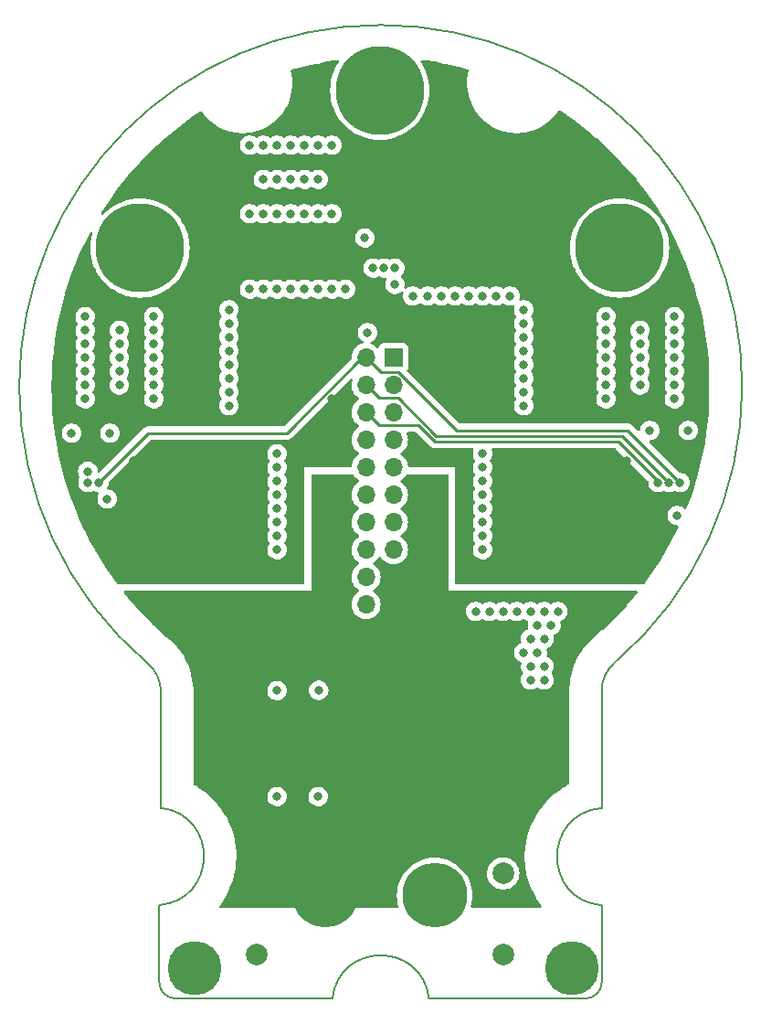
<source format=gbr>
%TF.GenerationSoftware,KiCad,Pcbnew,7.0.1*%
%TF.CreationDate,2023-12-14T23:22:24+03:00*%
%TF.ProjectId,_______ _____,21383b3e-3230-44f2-903f-3b3042302e6b,rev?*%
%TF.SameCoordinates,Original*%
%TF.FileFunction,Copper,L4,Inr*%
%TF.FilePolarity,Positive*%
%FSLAX46Y46*%
G04 Gerber Fmt 4.6, Leading zero omitted, Abs format (unit mm)*
G04 Created by KiCad (PCBNEW 7.0.1) date 2023-12-14 23:22:24*
%MOMM*%
%LPD*%
G01*
G04 APERTURE LIST*
%TA.AperFunction,ComponentPad*%
%ADD10C,8.200000*%
%TD*%
%TA.AperFunction,ComponentPad*%
%ADD11C,6.000000*%
%TD*%
%TA.AperFunction,ComponentPad*%
%ADD12R,1.700000X1.700000*%
%TD*%
%TA.AperFunction,ComponentPad*%
%ADD13O,1.700000X1.700000*%
%TD*%
%TA.AperFunction,ComponentPad*%
%ADD14C,2.000000*%
%TD*%
%TA.AperFunction,ComponentPad*%
%ADD15C,5.000000*%
%TD*%
%TA.AperFunction,ViaPad*%
%ADD16C,0.800000*%
%TD*%
%TA.AperFunction,Conductor*%
%ADD17C,0.250000*%
%TD*%
%TA.AperFunction,Profile*%
%ADD18C,0.200000*%
%TD*%
G04 APERTURE END LIST*
D10*
%TO.N,C*%
%TO.C,J7*%
X123562000Y-52583000D03*
%TD*%
%TO.N,A*%
%TO.C,J5*%
X168012000Y-52583000D03*
%TD*%
D11*
%TO.N,Shunt_1*%
%TO.C,J3*%
X140707000Y-112543000D03*
%TD*%
D12*
%TO.N,+3.3V*%
%TO.C,J4*%
X147057000Y-62743000D03*
D13*
%TO.N,~{OS}_MCU*%
X144517000Y-62743000D03*
%TO.N,G3*%
X147057000Y-65283000D03*
%TO.N,SCL_MCU*%
X144517000Y-65283000D03*
%TO.N,B*%
X147057000Y-67823000D03*
%TO.N,SDA_MCU*%
X144517000Y-67823000D03*
%TO.N,G2*%
X147057000Y-70363000D03*
%TO.N,G4*%
X144517000Y-70363000D03*
%TO.N,GND*%
X147057000Y-72903000D03*
X144517000Y-72903000D03*
%TO.N,G1*%
X147057000Y-75443000D03*
%TO.N,G6*%
X144517000Y-75443000D03*
%TO.N,A*%
X147057000Y-77983000D03*
%TO.N,C*%
X144517000Y-77983000D03*
%TO.N,GND*%
X147057000Y-80523000D03*
%TO.N,G5*%
X144517000Y-80523000D03*
%TO.N,Shunt_1*%
X147057000Y-83063000D03*
%TO.N,GND*%
X144517000Y-83063000D03*
%TO.N,Shunt_1*%
X147057000Y-85603000D03*
%TO.N,Shunt_2*%
X144517000Y-85603000D03*
%TD*%
D10*
%TO.N,B*%
%TO.C,J6*%
X145787000Y-37978000D03*
%TD*%
D14*
%TO.N,Earth_Protective*%
%TO.C,C7*%
X157217000Y-117998000D03*
%TO.N,Net-(J2-Pin_1)*%
X157217000Y-110498000D03*
%TD*%
D11*
%TO.N,Net-(J2-Pin_1)*%
%TO.C,J2*%
X150867000Y-112543000D03*
%TD*%
D15*
%TO.N,Earth_Protective*%
%TO.C,H3*%
X128642000Y-119258000D03*
%TD*%
D14*
%TO.N,Shunt_1*%
%TO.C,C8*%
X134357000Y-110498000D03*
%TO.N,Earth_Protective*%
X134357000Y-117998000D03*
%TD*%
D15*
%TO.N,Earth_Protective*%
%TO.C,H4*%
X163567000Y-119258000D03*
%TD*%
D16*
%TO.N,G1*%
X155312000Y-71633000D03*
%TO.N,A*%
X173092000Y-64013000D03*
X155312000Y-74173000D03*
X166742000Y-60203000D03*
X169917000Y-61473000D03*
X155312000Y-75443000D03*
X169917000Y-65283000D03*
X155312000Y-76713000D03*
X169917000Y-60203000D03*
X166742000Y-65283000D03*
X169917000Y-64013000D03*
X166742000Y-62743000D03*
X169917000Y-62743000D03*
X166742000Y-66553000D03*
X173092000Y-58933000D03*
X166742000Y-58933000D03*
X173092000Y-62743000D03*
X173092000Y-61473000D03*
X155312000Y-72903000D03*
X155312000Y-80523000D03*
X173092000Y-65283000D03*
X155312000Y-79253000D03*
X173092000Y-66553000D03*
X173092000Y-60203000D03*
X155312000Y-77983000D03*
X166742000Y-64013000D03*
X166742000Y-61473000D03*
%TO.N,G2*%
X159122000Y-58298000D03*
%TO.N,GND*%
X141342000Y-56393000D03*
X159122000Y-90048000D03*
X159122000Y-67188000D03*
X159122000Y-59568000D03*
X160392000Y-87508000D03*
X173346000Y-77348000D03*
X131817000Y-60838000D03*
X159122000Y-64648000D03*
X155947000Y-86238000D03*
X131817000Y-59568000D03*
X161027000Y-88778000D03*
X157217000Y-86238000D03*
X161027000Y-86238000D03*
X120768000Y-69728000D03*
X159757000Y-88778000D03*
X142612000Y-56393000D03*
X120514000Y-75824000D03*
X144390000Y-51647500D03*
X161027000Y-92588000D03*
X136262000Y-103383000D03*
X161662000Y-87508000D03*
X154677000Y-86238000D03*
X159757000Y-91318000D03*
X131817000Y-63378000D03*
X174362000Y-69474000D03*
X162297000Y-86238000D03*
X159122000Y-63378000D03*
X136262000Y-93565500D03*
X131817000Y-62108000D03*
X131817000Y-64648000D03*
X138802000Y-56393000D03*
X140122800Y-93553200D03*
X131817000Y-58298000D03*
X137532000Y-56393000D03*
X140072000Y-103383000D03*
X158487000Y-86238000D03*
X159122000Y-60838000D03*
X140072000Y-56393000D03*
X159757000Y-92588000D03*
X161027000Y-91318000D03*
X131817000Y-65918000D03*
X134992000Y-56393000D03*
X159757000Y-86238000D03*
X159122000Y-65918000D03*
X160392000Y-90048000D03*
X159122000Y-62108000D03*
X136262000Y-56393000D03*
%TO.N,G3*%
X148835000Y-57028000D03*
%TO.N,B*%
X134992000Y-46233000D03*
X140072000Y-49408000D03*
X138802000Y-46233000D03*
X137532000Y-43058000D03*
X136262000Y-43058000D03*
X133722000Y-49408000D03*
X133722000Y-43058000D03*
X136262000Y-46233000D03*
X140072000Y-43058000D03*
X154042000Y-57028000D03*
X136262000Y-49408000D03*
X150232000Y-57028000D03*
X151502000Y-57028000D03*
X140072000Y-46233000D03*
X138802000Y-43058000D03*
X157852000Y-57028000D03*
X134992000Y-49408000D03*
X137532000Y-49408000D03*
X138802000Y-49408000D03*
X155312000Y-57028000D03*
X134992000Y-43058000D03*
X137532000Y-46233000D03*
X141342000Y-49408000D03*
X156582000Y-57028000D03*
X141342000Y-43058000D03*
X152772000Y-57028000D03*
%TO.N,G4*%
X133722000Y-56393000D03*
%TO.N,G5*%
X136262000Y-80523000D03*
%TO.N,C*%
X136262000Y-76713000D03*
X124832000Y-64013000D03*
X136262000Y-79253000D03*
X124832000Y-62743000D03*
X124832000Y-61473000D03*
X121657000Y-64013000D03*
X121657000Y-61473000D03*
X118482000Y-62743000D03*
X118482000Y-61473000D03*
X136262000Y-74173000D03*
X118482000Y-65283000D03*
X124832000Y-58933000D03*
X118482000Y-58933000D03*
X118482000Y-60203000D03*
X124832000Y-60203000D03*
X124832000Y-65283000D03*
X121657000Y-62743000D03*
X136262000Y-71633000D03*
X121657000Y-65283000D03*
X118482000Y-66553000D03*
X124832000Y-66553000D03*
X121657000Y-60203000D03*
X136262000Y-72903000D03*
X136262000Y-75443000D03*
X136262000Y-77983000D03*
X118482000Y-64013000D03*
%TO.N,G6*%
X131817000Y-67188000D03*
%TO.N,Shunt_1*%
X131182000Y-91953000D03*
X140072000Y-99573000D03*
X162297000Y-100843000D03*
X140072000Y-98303000D03*
X131182000Y-89413000D03*
X143882000Y-91953000D03*
X136262000Y-99573000D03*
X131182000Y-90683000D03*
X143882000Y-98303000D03*
X140707000Y-80802500D03*
X131182000Y-93223000D03*
X150867000Y-80523000D03*
X143882000Y-99573000D03*
X133087000Y-85603000D03*
X136262000Y-98303000D03*
X129277000Y-85603000D03*
%TO.N,Shunt_2*%
X141342000Y-71633000D03*
X150486000Y-63378000D03*
X153788000Y-46233000D03*
X122927000Y-79888000D03*
X165472000Y-76078000D03*
X149978000Y-49408000D03*
X122927000Y-73538000D03*
X168647000Y-72268000D03*
X156328000Y-46233000D03*
X155058000Y-49408000D03*
X162297000Y-72268000D03*
X140072000Y-70363000D03*
X153788000Y-43058000D03*
X126102000Y-76078000D03*
X165472000Y-78618000D03*
X150867000Y-62108000D03*
X151502000Y-60838000D03*
X122927000Y-72268000D03*
X168647000Y-73538000D03*
X129277000Y-72268000D03*
X140072000Y-59568000D03*
X126102000Y-73538000D03*
X162297000Y-78618000D03*
X168647000Y-78618000D03*
X122927000Y-77348000D03*
X152518000Y-49408000D03*
X129277000Y-79888000D03*
X165472000Y-77348000D03*
X151248000Y-46233000D03*
X129277000Y-76078000D03*
X156328000Y-49408000D03*
X126102000Y-78618000D03*
X151248000Y-43058000D03*
X152518000Y-46233000D03*
X156328000Y-43058000D03*
X168647000Y-77348000D03*
X162297000Y-73538000D03*
X149978000Y-43058000D03*
X122927000Y-78618000D03*
X151502000Y-63378000D03*
X126102000Y-77348000D03*
X129277000Y-77348000D03*
X162297000Y-76078000D03*
X157598000Y-49408000D03*
X155058000Y-46233000D03*
X140072000Y-65283000D03*
X152137000Y-62108000D03*
X150486000Y-60838000D03*
X140707000Y-60838000D03*
X162297000Y-79888000D03*
X151248000Y-49408000D03*
X152137000Y-59568000D03*
X141342000Y-59568000D03*
X122927000Y-76078000D03*
X150994000Y-59568000D03*
X157598000Y-43058000D03*
X168647000Y-79888000D03*
X162297000Y-74808000D03*
X129277000Y-73538000D03*
X155058000Y-43058000D03*
X129277000Y-78618000D03*
X126102000Y-74808000D03*
X165472000Y-74808000D03*
X162297000Y-77348000D03*
X165472000Y-73538000D03*
X152518000Y-43058000D03*
X122927000Y-74808000D03*
X141977000Y-60838000D03*
X141342000Y-66553000D03*
X168647000Y-74808000D03*
X168647000Y-76078000D03*
X129277000Y-74808000D03*
X153788000Y-49408000D03*
%TO.N,+3.3V*%
X117212000Y-69728000D03*
X147184000Y-55965500D03*
X170803816Y-69475092D03*
X144644000Y-60410500D03*
%TO.N,~{OS}_MCU*%
X145152000Y-54441500D03*
X173600000Y-74300000D03*
X119752000Y-74300000D03*
%TO.N,SCL_MCU*%
X172579701Y-74295701D03*
X146168000Y-54441500D03*
X118736000Y-74300000D03*
%TO.N,SDA_MCU*%
X118727048Y-73275049D03*
X171568000Y-74300000D03*
X147184000Y-54441500D03*
%TD*%
D17*
%TO.N,~{OS}_MCU*%
X173600000Y-74290695D02*
X168783305Y-69474000D01*
X144126695Y-62743000D02*
X144517000Y-62743000D01*
X147543701Y-64108000D02*
X145882000Y-64108000D01*
X119752000Y-74300000D02*
X124324000Y-69728000D01*
X152909701Y-69474000D02*
X147543701Y-64108000D01*
X168783305Y-69474000D02*
X152909701Y-69474000D01*
X124324000Y-69728000D02*
X137141695Y-69728000D01*
X173600000Y-74300000D02*
X173600000Y-74290695D01*
X137141695Y-69728000D02*
X144126695Y-62743000D01*
X145882000Y-64108000D02*
X144517000Y-62743000D01*
%TO.N,SCL_MCU*%
X150994000Y-69982000D02*
X147470000Y-66458000D01*
X145692000Y-66458000D02*
X144517000Y-65283000D01*
X172579701Y-74295701D02*
X172579701Y-74286396D01*
X168275305Y-69982000D02*
X150994000Y-69982000D01*
X147470000Y-66458000D02*
X145692000Y-66458000D01*
X172579701Y-74286396D02*
X168275305Y-69982000D01*
%TO.N,SDA_MCU*%
X167894305Y-70490000D02*
X150865604Y-70490000D01*
X150865604Y-70490000D02*
X149373604Y-68998000D01*
X145692000Y-68998000D02*
X144517000Y-67823000D01*
X171568000Y-74163695D02*
X167894305Y-70490000D01*
X149373604Y-68998000D02*
X145692000Y-68998000D01*
X171568000Y-74300000D02*
X171568000Y-74163695D01*
%TD*%
%TA.AperFunction,Conductor*%
%TO.N,Shunt_2*%
G36*
X150208622Y-35244714D02*
G01*
X150212958Y-35245337D01*
X151283376Y-35418794D01*
X151287706Y-35419575D01*
X152351253Y-35631128D01*
X152355520Y-35632056D01*
X153410840Y-35881435D01*
X153415077Y-35882516D01*
X153944260Y-36027690D01*
X153997991Y-36058461D01*
X154030145Y-36111377D01*
X154032704Y-36173243D01*
X153943319Y-36590558D01*
X153892824Y-37019337D01*
X153882704Y-37450971D01*
X153913043Y-37881638D01*
X153983584Y-38307594D01*
X154093694Y-38725053D01*
X154168696Y-38929461D01*
X154242419Y-39130381D01*
X154330821Y-39315533D01*
X154428443Y-39519997D01*
X154650134Y-39890482D01*
X154905542Y-40238576D01*
X155192423Y-40561224D01*
X155508263Y-40855596D01*
X155800372Y-41080647D01*
X155850274Y-41119093D01*
X156215459Y-41349408D01*
X156600606Y-41544514D01*
X157002331Y-41702697D01*
X157417103Y-41822567D01*
X157841278Y-41903071D01*
X158171195Y-41934101D01*
X158271125Y-41943500D01*
X158271127Y-41943500D01*
X158594871Y-41943500D01*
X158594877Y-41943500D01*
X158918272Y-41928325D01*
X159345753Y-41867792D01*
X159765688Y-41767495D01*
X160174386Y-41628316D01*
X160568255Y-41451477D01*
X160748278Y-41349408D01*
X160943835Y-41238532D01*
X161169943Y-41080647D01*
X161297822Y-40991353D01*
X161627108Y-40712113D01*
X161928799Y-40403265D01*
X162200244Y-40067523D01*
X162314374Y-39895624D01*
X162362614Y-39853110D01*
X162425665Y-39840473D01*
X162486566Y-39861112D01*
X163051480Y-40238576D01*
X163262966Y-40379886D01*
X163266595Y-40382405D01*
X164010070Y-40918526D01*
X164146149Y-41016653D01*
X164149692Y-41019306D01*
X165006023Y-41684524D01*
X165009441Y-41687279D01*
X165831498Y-42374293D01*
X165841481Y-42382636D01*
X165844791Y-42385503D01*
X166651554Y-43110179D01*
X166654767Y-43113172D01*
X167435097Y-43866130D01*
X167438177Y-43869210D01*
X168094760Y-44549661D01*
X168191135Y-44649540D01*
X168194130Y-44652755D01*
X168918800Y-45459512D01*
X168921668Y-45462823D01*
X169565325Y-46233000D01*
X169617017Y-46294852D01*
X169619788Y-46298291D01*
X169855161Y-46601284D01*
X170285001Y-47154615D01*
X170287654Y-47158158D01*
X170921897Y-48037705D01*
X170924421Y-48041341D01*
X171526847Y-48942935D01*
X171529240Y-48946659D01*
X171697931Y-49219744D01*
X172061073Y-49807618D01*
X172099100Y-49869177D01*
X172101359Y-49872984D01*
X172637928Y-50815254D01*
X172640050Y-50819139D01*
X173142668Y-51779999D01*
X173144649Y-51783958D01*
X173612623Y-52762090D01*
X173614462Y-52766116D01*
X174047243Y-53760366D01*
X174048937Y-53764456D01*
X174445947Y-54773497D01*
X174447494Y-54777644D01*
X174808240Y-55800225D01*
X174809638Y-55804425D01*
X175133656Y-56839232D01*
X175134903Y-56843479D01*
X175421784Y-57889204D01*
X175422878Y-57893493D01*
X175672244Y-58948758D01*
X175673185Y-58953084D01*
X175884729Y-60016588D01*
X175885515Y-60020944D01*
X176058967Y-61091330D01*
X176059597Y-61095712D01*
X176194733Y-62171606D01*
X176195206Y-62176007D01*
X176266506Y-62972757D01*
X176267000Y-62983809D01*
X176267000Y-67880872D01*
X176266536Y-67891595D01*
X176205480Y-68595026D01*
X176205034Y-68599297D01*
X176077841Y-69643480D01*
X176077248Y-69647733D01*
X175913974Y-70686905D01*
X175913234Y-70691135D01*
X175714076Y-71724034D01*
X175713190Y-71728235D01*
X175478395Y-72753580D01*
X175477365Y-72757749D01*
X175207190Y-73774416D01*
X175206015Y-73778546D01*
X174900811Y-74785213D01*
X174899494Y-74789301D01*
X174559613Y-75784806D01*
X174558156Y-75788845D01*
X174263219Y-76563849D01*
X174213162Y-76695382D01*
X174176766Y-76746443D01*
X174120043Y-76773169D01*
X174057496Y-76768726D01*
X174005120Y-76734251D01*
X173996340Y-76724500D01*
X173951871Y-76675112D01*
X173951867Y-76675109D01*
X173798730Y-76563848D01*
X173625802Y-76486855D01*
X173440648Y-76447500D01*
X173440646Y-76447500D01*
X173251354Y-76447500D01*
X173251352Y-76447500D01*
X173066197Y-76486855D01*
X172893269Y-76563848D01*
X172740129Y-76675110D01*
X172613466Y-76815783D01*
X172518820Y-76979715D01*
X172460326Y-77159742D01*
X172440540Y-77348000D01*
X172460326Y-77536257D01*
X172518820Y-77716284D01*
X172613466Y-77880216D01*
X172740129Y-78020889D01*
X172893269Y-78132151D01*
X173066197Y-78209144D01*
X173251352Y-78248500D01*
X173348198Y-78248500D01*
X173407747Y-78263735D01*
X173452664Y-78305696D01*
X173471911Y-78364072D01*
X173460759Y-78424519D01*
X173331443Y-78704338D01*
X173329574Y-78708204D01*
X172855478Y-79647249D01*
X172853477Y-79651048D01*
X172347156Y-80573108D01*
X172345024Y-80576836D01*
X171807103Y-81480771D01*
X171804844Y-81484423D01*
X171235910Y-82369248D01*
X171233525Y-82372819D01*
X170634322Y-83237373D01*
X170631815Y-83240860D01*
X170328149Y-83648122D01*
X170284351Y-83684831D01*
X170228741Y-83698000D01*
X152896000Y-83698000D01*
X152834000Y-83681387D01*
X152788613Y-83636000D01*
X152772000Y-83574000D01*
X152772000Y-72903000D01*
X148526284Y-72903000D01*
X148467434Y-72888145D01*
X148422684Y-72847139D01*
X148402756Y-72789807D01*
X148392063Y-72667592D01*
X148356459Y-72534715D01*
X148330903Y-72439337D01*
X148231035Y-72225171D01*
X148095495Y-72031599D01*
X147928401Y-71864505D01*
X147742839Y-71734573D01*
X147703976Y-71690257D01*
X147689965Y-71633000D01*
X147703976Y-71575743D01*
X147742839Y-71531426D01*
X147928401Y-71401495D01*
X148095495Y-71234401D01*
X148231035Y-71040830D01*
X148330903Y-70826663D01*
X148392063Y-70598408D01*
X148412659Y-70363000D01*
X148392063Y-70127592D01*
X148330903Y-69899337D01*
X148284537Y-69799905D01*
X148273184Y-69739390D01*
X148292338Y-69680875D01*
X148337276Y-69638786D01*
X148396919Y-69623500D01*
X149063152Y-69623500D01*
X149110605Y-69632939D01*
X149150833Y-69659819D01*
X150364801Y-70873787D01*
X150377702Y-70889889D01*
X150379816Y-70891874D01*
X150379818Y-70891877D01*
X150427165Y-70936339D01*
X150428844Y-70937916D01*
X150431639Y-70940625D01*
X150451134Y-70960120D01*
X150454308Y-70962582D01*
X150463172Y-70970153D01*
X150495022Y-71000062D01*
X150505518Y-71005832D01*
X150512578Y-71009714D01*
X150528835Y-71020392D01*
X150544668Y-71032674D01*
X150560789Y-71039649D01*
X150584760Y-71050023D01*
X150595247Y-71055160D01*
X150633512Y-71076197D01*
X150652920Y-71081180D01*
X150671314Y-71087478D01*
X150689709Y-71095438D01*
X150732858Y-71102271D01*
X150744284Y-71104638D01*
X150759826Y-71108629D01*
X150786584Y-71115500D01*
X150786585Y-71115500D01*
X150806620Y-71115500D01*
X150826017Y-71117026D01*
X150845800Y-71120160D01*
X150889278Y-71116050D01*
X150900948Y-71115500D01*
X154362633Y-71115500D01*
X154418928Y-71129015D01*
X154462951Y-71166615D01*
X154485106Y-71220102D01*
X154480564Y-71277818D01*
X154426326Y-71444742D01*
X154406540Y-71632999D01*
X154426326Y-71821257D01*
X154484820Y-72001284D01*
X154579466Y-72165216D01*
X154597305Y-72185028D01*
X154625472Y-72238002D01*
X154625472Y-72297998D01*
X154597305Y-72350972D01*
X154579466Y-72370783D01*
X154484820Y-72534715D01*
X154426326Y-72714742D01*
X154406540Y-72903000D01*
X154426326Y-73091257D01*
X154484820Y-73271284D01*
X154579466Y-73435216D01*
X154597305Y-73455028D01*
X154625472Y-73508002D01*
X154625472Y-73567998D01*
X154597305Y-73620972D01*
X154579466Y-73640783D01*
X154484820Y-73804715D01*
X154426326Y-73984742D01*
X154406540Y-74173000D01*
X154426326Y-74361257D01*
X154484820Y-74541284D01*
X154579466Y-74705216D01*
X154597305Y-74725028D01*
X154625472Y-74778002D01*
X154625472Y-74837998D01*
X154597305Y-74890972D01*
X154579466Y-74910783D01*
X154484820Y-75074715D01*
X154426326Y-75254742D01*
X154406540Y-75443000D01*
X154426326Y-75631257D01*
X154484820Y-75811284D01*
X154579466Y-75975215D01*
X154597304Y-75995026D01*
X154625471Y-76047999D01*
X154625472Y-76107995D01*
X154597307Y-76160969D01*
X154579466Y-76180783D01*
X154484820Y-76344715D01*
X154426326Y-76524742D01*
X154406540Y-76712999D01*
X154426326Y-76901257D01*
X154484820Y-77081284D01*
X154579466Y-77245216D01*
X154597305Y-77265028D01*
X154625472Y-77318002D01*
X154625472Y-77377998D01*
X154597305Y-77430972D01*
X154579466Y-77450783D01*
X154484820Y-77614715D01*
X154426326Y-77794742D01*
X154406540Y-77983000D01*
X154426326Y-78171257D01*
X154484820Y-78351284D01*
X154579466Y-78515215D01*
X154597304Y-78535026D01*
X154625471Y-78587999D01*
X154625472Y-78647995D01*
X154597307Y-78700969D01*
X154579466Y-78720783D01*
X154484820Y-78884715D01*
X154426326Y-79064742D01*
X154406540Y-79252999D01*
X154426326Y-79441257D01*
X154484820Y-79621284D01*
X154579466Y-79785216D01*
X154597305Y-79805028D01*
X154625472Y-79858002D01*
X154625472Y-79917998D01*
X154597305Y-79970972D01*
X154579466Y-79990783D01*
X154484820Y-80154715D01*
X154426326Y-80334742D01*
X154406540Y-80522999D01*
X154426326Y-80711257D01*
X154484820Y-80891284D01*
X154579466Y-81055216D01*
X154706129Y-81195889D01*
X154859269Y-81307151D01*
X155032197Y-81384144D01*
X155217352Y-81423500D01*
X155217354Y-81423500D01*
X155406646Y-81423500D01*
X155406648Y-81423500D01*
X155530083Y-81397262D01*
X155591803Y-81384144D01*
X155764730Y-81307151D01*
X155917871Y-81195888D01*
X156044533Y-81055216D01*
X156139179Y-80891284D01*
X156197674Y-80711256D01*
X156217460Y-80523000D01*
X156197674Y-80334744D01*
X156139179Y-80154716D01*
X156139179Y-80154715D01*
X156044535Y-79990787D01*
X156044534Y-79990786D01*
X156044533Y-79990784D01*
X156026693Y-79970971D01*
X155998527Y-79917999D01*
X155998527Y-79858001D01*
X156026693Y-79805028D01*
X156044533Y-79785216D01*
X156139179Y-79621284D01*
X156197674Y-79441256D01*
X156217460Y-79253000D01*
X156197674Y-79064744D01*
X156139179Y-78884716D01*
X156139179Y-78884715D01*
X156044533Y-78720783D01*
X156026694Y-78700971D01*
X155998527Y-78647997D01*
X155998528Y-78588000D01*
X156026694Y-78535027D01*
X156044533Y-78515216D01*
X156139179Y-78351284D01*
X156197674Y-78171256D01*
X156217460Y-77983000D01*
X156197674Y-77794744D01*
X156139179Y-77614716D01*
X156139179Y-77614715D01*
X156044535Y-77450787D01*
X156044534Y-77450786D01*
X156044533Y-77450784D01*
X156026693Y-77430971D01*
X155998527Y-77377999D01*
X155998527Y-77318001D01*
X156026693Y-77265028D01*
X156044533Y-77245216D01*
X156139179Y-77081284D01*
X156197674Y-76901256D01*
X156217460Y-76713000D01*
X156197674Y-76524744D01*
X156139179Y-76344716D01*
X156139179Y-76344715D01*
X156044533Y-76180783D01*
X156026694Y-76160971D01*
X155998527Y-76107997D01*
X155998528Y-76048000D01*
X156026694Y-75995027D01*
X156044533Y-75975216D01*
X156139179Y-75811284D01*
X156197674Y-75631256D01*
X156217460Y-75443000D01*
X156197674Y-75254744D01*
X156167261Y-75161144D01*
X156139179Y-75074715D01*
X156044535Y-74910787D01*
X156044534Y-74910786D01*
X156044533Y-74910784D01*
X156026693Y-74890971D01*
X155998527Y-74837999D01*
X155998527Y-74778001D01*
X156026693Y-74725028D01*
X156044533Y-74705216D01*
X156139179Y-74541284D01*
X156197674Y-74361256D01*
X156217460Y-74173000D01*
X156197674Y-73984744D01*
X156139179Y-73804716D01*
X156139179Y-73804715D01*
X156044535Y-73640787D01*
X156044534Y-73640786D01*
X156044533Y-73640784D01*
X156026693Y-73620971D01*
X155998527Y-73567999D01*
X155998527Y-73508001D01*
X156026693Y-73455028D01*
X156044533Y-73435216D01*
X156139179Y-73271284D01*
X156197674Y-73091256D01*
X156217460Y-72903000D01*
X156197674Y-72714744D01*
X156139179Y-72534716D01*
X156139179Y-72534715D01*
X156044535Y-72370787D01*
X156044534Y-72370786D01*
X156044533Y-72370784D01*
X156026693Y-72350971D01*
X155998527Y-72297999D01*
X155998527Y-72238001D01*
X156026693Y-72185028D01*
X156044533Y-72165216D01*
X156139179Y-72001284D01*
X156197674Y-71821256D01*
X156217460Y-71633000D01*
X156197674Y-71444744D01*
X156143435Y-71277817D01*
X156138894Y-71220102D01*
X156161049Y-71166615D01*
X156205072Y-71129015D01*
X156261367Y-71115500D01*
X167583853Y-71115500D01*
X167631306Y-71124939D01*
X167671534Y-71151819D01*
X170635666Y-74115952D01*
X170664872Y-74162241D01*
X170671306Y-74216594D01*
X170662540Y-74299999D01*
X170682326Y-74488257D01*
X170740820Y-74668284D01*
X170835466Y-74832216D01*
X170962129Y-74972889D01*
X171115269Y-75084151D01*
X171288197Y-75161144D01*
X171473352Y-75200500D01*
X171473354Y-75200500D01*
X171662646Y-75200500D01*
X171662648Y-75200500D01*
X171786083Y-75174262D01*
X171847803Y-75161144D01*
X172020730Y-75084151D01*
X172020731Y-75084149D01*
X172028242Y-75080806D01*
X172078678Y-75070085D01*
X172129114Y-75080806D01*
X172299898Y-75156845D01*
X172485053Y-75196201D01*
X172485055Y-75196201D01*
X172674347Y-75196201D01*
X172674349Y-75196201D01*
X172797785Y-75169963D01*
X172859504Y-75156845D01*
X173032431Y-75079852D01*
X173032431Y-75079851D01*
X173034587Y-75078892D01*
X173085023Y-75068171D01*
X173135459Y-75078892D01*
X173147268Y-75084150D01*
X173147270Y-75084151D01*
X173297661Y-75151110D01*
X173320197Y-75161144D01*
X173505352Y-75200500D01*
X173505354Y-75200500D01*
X173694646Y-75200500D01*
X173694648Y-75200500D01*
X173818083Y-75174262D01*
X173879803Y-75161144D01*
X174052730Y-75084151D01*
X174108810Y-75043407D01*
X174205870Y-74972889D01*
X174332533Y-74832216D01*
X174427179Y-74668284D01*
X174468444Y-74541284D01*
X174485674Y-74488256D01*
X174505460Y-74300000D01*
X174485674Y-74111744D01*
X174427179Y-73931716D01*
X174427179Y-73931715D01*
X174332533Y-73767783D01*
X174205870Y-73627110D01*
X174052730Y-73515848D01*
X173879802Y-73438855D01*
X173694648Y-73399500D01*
X173694646Y-73399500D01*
X173644758Y-73399500D01*
X173597305Y-73390061D01*
X173557077Y-73363181D01*
X170781169Y-70587273D01*
X170750919Y-70537910D01*
X170746377Y-70480194D01*
X170768532Y-70426707D01*
X170812555Y-70389107D01*
X170868850Y-70375592D01*
X170898464Y-70375592D01*
X171041813Y-70345122D01*
X171083619Y-70336236D01*
X171256546Y-70259243D01*
X171409687Y-70147980D01*
X171536349Y-70007308D01*
X171630995Y-69843376D01*
X171689490Y-69663348D01*
X171709276Y-69475092D01*
X171709161Y-69474000D01*
X173456540Y-69474000D01*
X173476326Y-69662257D01*
X173534820Y-69842284D01*
X173629466Y-70006216D01*
X173756129Y-70146889D01*
X173909269Y-70258151D01*
X174082197Y-70335144D01*
X174267352Y-70374500D01*
X174267354Y-70374500D01*
X174456646Y-70374500D01*
X174456648Y-70374500D01*
X174607680Y-70342397D01*
X174641803Y-70335144D01*
X174814730Y-70258151D01*
X174967871Y-70146888D01*
X175094533Y-70006216D01*
X175189179Y-69842284D01*
X175247674Y-69662256D01*
X175267460Y-69474000D01*
X175247674Y-69285744D01*
X175203651Y-69150257D01*
X175189179Y-69105715D01*
X175094533Y-68941783D01*
X174967870Y-68801110D01*
X174814730Y-68689848D01*
X174641802Y-68612855D01*
X174456648Y-68573500D01*
X174456646Y-68573500D01*
X174267354Y-68573500D01*
X174267352Y-68573500D01*
X174082197Y-68612855D01*
X173909269Y-68689848D01*
X173756129Y-68801110D01*
X173629466Y-68941783D01*
X173534820Y-69105715D01*
X173476326Y-69285742D01*
X173456540Y-69474000D01*
X171709161Y-69474000D01*
X171689490Y-69286836D01*
X171634416Y-69117336D01*
X171630995Y-69106807D01*
X171536349Y-68942875D01*
X171409686Y-68802202D01*
X171256546Y-68690940D01*
X171083618Y-68613947D01*
X170898464Y-68574592D01*
X170898462Y-68574592D01*
X170709170Y-68574592D01*
X170709168Y-68574592D01*
X170524013Y-68613947D01*
X170351085Y-68690940D01*
X170197945Y-68802202D01*
X170071282Y-68942875D01*
X169976636Y-69106807D01*
X169918142Y-69286834D01*
X169903715Y-69424098D01*
X169877773Y-69487904D01*
X169821786Y-69528024D01*
X169753027Y-69532078D01*
X169692713Y-69498817D01*
X169284107Y-69090211D01*
X169271211Y-69074113D01*
X169220080Y-69026098D01*
X169217283Y-69023387D01*
X169197775Y-69003879D01*
X169194595Y-69001412D01*
X169185729Y-68993839D01*
X169153887Y-68963938D01*
X169136329Y-68954285D01*
X169120069Y-68943604D01*
X169104241Y-68931327D01*
X169064156Y-68913980D01*
X169053666Y-68908841D01*
X169015396Y-68887802D01*
X168995996Y-68882821D01*
X168977589Y-68876519D01*
X168959202Y-68868562D01*
X168916063Y-68861729D01*
X168904629Y-68859361D01*
X168862324Y-68848500D01*
X168842289Y-68848500D01*
X168822891Y-68846973D01*
X168815467Y-68845797D01*
X168803110Y-68843840D01*
X168803109Y-68843840D01*
X168770056Y-68846964D01*
X168759630Y-68847950D01*
X168747961Y-68848500D01*
X153220153Y-68848500D01*
X153172700Y-68839061D01*
X153132472Y-68812181D01*
X148343216Y-64022924D01*
X148312785Y-63972998D01*
X148308614Y-63914678D01*
X148331632Y-63860930D01*
X148350796Y-63835331D01*
X148401091Y-63700483D01*
X148407500Y-63640873D01*
X148407499Y-61845128D01*
X148401091Y-61785517D01*
X148350796Y-61650669D01*
X148264546Y-61535454D01*
X148149331Y-61449204D01*
X148014483Y-61398909D01*
X147954873Y-61392500D01*
X147954869Y-61392500D01*
X146159130Y-61392500D01*
X146099515Y-61398909D01*
X145964669Y-61449204D01*
X145849454Y-61535454D01*
X145763204Y-61650669D01*
X145714189Y-61782083D01*
X145679209Y-61832462D01*
X145624365Y-61859915D01*
X145563072Y-61857726D01*
X145510326Y-61826430D01*
X145388404Y-61704508D01*
X145388404Y-61704507D01*
X145388401Y-61704505D01*
X145194830Y-61568965D01*
X144982874Y-61470128D01*
X144938641Y-61435445D01*
X144914265Y-61384796D01*
X144914756Y-61328588D01*
X144940012Y-61278372D01*
X144984842Y-61244467D01*
X145096730Y-61194651D01*
X145096730Y-61194650D01*
X145096732Y-61194650D01*
X145249870Y-61083389D01*
X145376533Y-60942716D01*
X145471179Y-60778784D01*
X145485335Y-60735216D01*
X145529674Y-60598756D01*
X145549460Y-60410500D01*
X145529674Y-60222244D01*
X145496461Y-60120024D01*
X145471179Y-60042215D01*
X145376533Y-59878283D01*
X145249870Y-59737610D01*
X145096730Y-59626348D01*
X144923802Y-59549355D01*
X144738648Y-59510000D01*
X144738646Y-59510000D01*
X144549354Y-59510000D01*
X144549352Y-59510000D01*
X144364197Y-59549355D01*
X144191269Y-59626348D01*
X144038129Y-59737610D01*
X143911466Y-59878283D01*
X143816820Y-60042215D01*
X143758326Y-60222242D01*
X143738540Y-60410499D01*
X143758326Y-60598757D01*
X143816820Y-60778784D01*
X143911466Y-60942716D01*
X144038129Y-61083389D01*
X144191267Y-61194650D01*
X144204375Y-61200486D01*
X144251919Y-61237765D01*
X144276203Y-61293086D01*
X144271463Y-61353317D01*
X144238824Y-61404158D01*
X144186034Y-61433541D01*
X144053335Y-61469097D01*
X143839170Y-61568965D01*
X143645598Y-61704505D01*
X143478505Y-61871598D01*
X143342965Y-62065170D01*
X143243097Y-62279336D01*
X143181936Y-62507592D01*
X143161340Y-62743001D01*
X143162798Y-62759665D01*
X143155792Y-62812882D01*
X143126951Y-62858152D01*
X136918923Y-69066181D01*
X136878695Y-69093061D01*
X136831242Y-69102500D01*
X124406740Y-69102500D01*
X124386236Y-69100236D01*
X124316144Y-69102439D01*
X124312250Y-69102500D01*
X124284648Y-69102500D01*
X124280653Y-69103004D01*
X124269029Y-69103918D01*
X124225368Y-69105290D01*
X124206129Y-69110880D01*
X124187080Y-69114825D01*
X124167208Y-69117335D01*
X124126593Y-69133415D01*
X124115549Y-69137196D01*
X124073611Y-69149382D01*
X124056364Y-69159581D01*
X124038900Y-69168136D01*
X124020267Y-69175514D01*
X123984926Y-69201189D01*
X123975168Y-69207599D01*
X123937579Y-69229829D01*
X123923410Y-69243998D01*
X123908622Y-69256628D01*
X123892413Y-69268405D01*
X123864572Y-69302058D01*
X123856711Y-69310696D01*
X119841049Y-73326359D01*
X119780734Y-73359620D01*
X119711976Y-73355566D01*
X119655989Y-73315446D01*
X119630047Y-73251640D01*
X119612722Y-73086793D01*
X119554227Y-72906765D01*
X119554227Y-72906764D01*
X119459581Y-72742832D01*
X119332918Y-72602159D01*
X119179778Y-72490897D01*
X119006850Y-72413904D01*
X118821696Y-72374549D01*
X118821694Y-72374549D01*
X118632402Y-72374549D01*
X118632400Y-72374549D01*
X118447245Y-72413904D01*
X118274317Y-72490897D01*
X118121177Y-72602159D01*
X117994514Y-72742832D01*
X117899868Y-72906764D01*
X117841374Y-73086791D01*
X117821588Y-73275049D01*
X117841374Y-73463306D01*
X117899868Y-73643333D01*
X117951797Y-73733276D01*
X117968410Y-73795275D01*
X117951798Y-73857275D01*
X117908820Y-73931716D01*
X117850326Y-74111742D01*
X117830540Y-74299999D01*
X117850326Y-74488257D01*
X117908820Y-74668284D01*
X118003466Y-74832216D01*
X118130129Y-74972889D01*
X118283269Y-75084151D01*
X118456197Y-75161144D01*
X118641352Y-75200500D01*
X118641354Y-75200500D01*
X118830646Y-75200500D01*
X118830648Y-75200500D01*
X118954083Y-75174262D01*
X119015803Y-75161144D01*
X119127755Y-75111298D01*
X119193564Y-75081999D01*
X119244000Y-75071278D01*
X119294436Y-75081999D01*
X119472197Y-75161144D01*
X119647901Y-75198491D01*
X119700155Y-75223415D01*
X119735400Y-75269345D01*
X119745950Y-75326271D01*
X119729507Y-75381781D01*
X119686820Y-75455715D01*
X119628326Y-75635742D01*
X119608540Y-75824000D01*
X119628326Y-76012257D01*
X119686820Y-76192284D01*
X119781466Y-76356216D01*
X119908129Y-76496889D01*
X120061269Y-76608151D01*
X120234197Y-76685144D01*
X120419352Y-76724500D01*
X120419354Y-76724500D01*
X120608646Y-76724500D01*
X120608648Y-76724500D01*
X120732083Y-76698262D01*
X120793803Y-76685144D01*
X120966730Y-76608151D01*
X121027708Y-76563848D01*
X121119870Y-76496889D01*
X121246533Y-76356216D01*
X121341179Y-76192284D01*
X121351354Y-76160969D01*
X121399674Y-76012256D01*
X121419460Y-75824000D01*
X121399674Y-75635744D01*
X121341179Y-75455716D01*
X121341179Y-75455715D01*
X121246533Y-75291783D01*
X121119870Y-75151110D01*
X120966730Y-75039848D01*
X120793802Y-74962855D01*
X120618099Y-74925508D01*
X120565844Y-74900584D01*
X120530600Y-74854653D01*
X120520050Y-74797728D01*
X120536492Y-74742220D01*
X120579179Y-74668284D01*
X120637674Y-74488256D01*
X120655321Y-74320344D01*
X120666721Y-74279925D01*
X120690958Y-74245630D01*
X124546771Y-70389819D01*
X124587000Y-70362939D01*
X124634453Y-70353500D01*
X137058951Y-70353500D01*
X137079457Y-70355764D01*
X137082360Y-70355672D01*
X137082362Y-70355673D01*
X137149567Y-70353561D01*
X137153463Y-70353500D01*
X137181044Y-70353500D01*
X137181045Y-70353500D01*
X137185014Y-70352998D01*
X137196660Y-70352080D01*
X137240322Y-70350709D01*
X137259554Y-70345120D01*
X137278613Y-70341174D01*
X137284891Y-70340381D01*
X137298487Y-70338664D01*
X137339102Y-70322582D01*
X137350139Y-70318803D01*
X137392085Y-70306618D01*
X137409324Y-70296422D01*
X137426797Y-70287862D01*
X137445427Y-70280486D01*
X137480759Y-70254814D01*
X137490525Y-70248400D01*
X137528113Y-70226171D01*
X137528112Y-70226171D01*
X137528115Y-70226170D01*
X137542280Y-70212004D01*
X137557068Y-70199373D01*
X137573282Y-70187594D01*
X137601133Y-70153926D01*
X137608974Y-70145309D01*
X143028659Y-64725624D01*
X143084244Y-64693532D01*
X143148431Y-64693532D01*
X143204019Y-64725626D01*
X143236113Y-64781213D01*
X143236113Y-64845400D01*
X143181936Y-65047592D01*
X143161340Y-65283000D01*
X143181936Y-65518407D01*
X143226709Y-65685502D01*
X143243097Y-65746663D01*
X143342965Y-65960830D01*
X143478505Y-66154401D01*
X143645599Y-66321495D01*
X143831160Y-66451426D01*
X143870024Y-66495743D01*
X143884035Y-66553000D01*
X143870024Y-66610257D01*
X143831159Y-66654575D01*
X143645595Y-66784508D01*
X143478505Y-66951598D01*
X143342965Y-67145170D01*
X143243097Y-67359336D01*
X143181936Y-67587592D01*
X143161340Y-67822999D01*
X143181936Y-68058407D01*
X143225521Y-68221068D01*
X143243097Y-68286663D01*
X143342965Y-68500830D01*
X143478505Y-68694401D01*
X143645599Y-68861495D01*
X143831160Y-68991426D01*
X143870024Y-69035743D01*
X143884035Y-69093000D01*
X143870024Y-69150257D01*
X143831158Y-69194575D01*
X143651775Y-69320181D01*
X143645595Y-69324508D01*
X143478505Y-69491598D01*
X143342965Y-69685170D01*
X143243097Y-69899336D01*
X143181936Y-70127592D01*
X143161340Y-70363000D01*
X143181936Y-70598407D01*
X143212322Y-70711808D01*
X143243097Y-70826663D01*
X143342965Y-71040830D01*
X143478505Y-71234401D01*
X143645599Y-71401495D01*
X143831160Y-71531426D01*
X143870024Y-71575743D01*
X143884035Y-71633000D01*
X143870024Y-71690257D01*
X143831159Y-71734575D01*
X143645595Y-71864508D01*
X143478505Y-72031598D01*
X143342965Y-72225170D01*
X143243097Y-72439336D01*
X143181936Y-72667592D01*
X143171244Y-72789807D01*
X143151316Y-72847139D01*
X143106566Y-72888145D01*
X143047716Y-72903000D01*
X138802000Y-72903000D01*
X138802000Y-83574000D01*
X138785387Y-83636000D01*
X138740000Y-83681387D01*
X138678000Y-83698000D01*
X121511584Y-83698000D01*
X121456144Y-83684916D01*
X121412404Y-83648426D01*
X121403079Y-83636000D01*
X121162004Y-83314743D01*
X121159474Y-83311248D01*
X120554851Y-82444259D01*
X120552445Y-82440677D01*
X120507402Y-82371045D01*
X119978379Y-81553219D01*
X119976099Y-81549556D01*
X119474314Y-80711257D01*
X119433234Y-80642626D01*
X119431111Y-80638936D01*
X119367084Y-80522999D01*
X135356540Y-80522999D01*
X135376326Y-80711257D01*
X135434820Y-80891284D01*
X135529466Y-81055216D01*
X135656129Y-81195889D01*
X135809269Y-81307151D01*
X135982197Y-81384144D01*
X136167352Y-81423500D01*
X136167354Y-81423500D01*
X136356646Y-81423500D01*
X136356648Y-81423500D01*
X136480083Y-81397262D01*
X136541803Y-81384144D01*
X136714730Y-81307151D01*
X136867871Y-81195888D01*
X136994533Y-81055216D01*
X137089179Y-80891284D01*
X137147674Y-80711256D01*
X137167460Y-80523000D01*
X137147674Y-80334744D01*
X137089179Y-80154716D01*
X137089179Y-80154715D01*
X136994535Y-79990787D01*
X136994534Y-79990786D01*
X136994533Y-79990784D01*
X136976693Y-79970971D01*
X136948527Y-79917999D01*
X136948527Y-79858001D01*
X136976693Y-79805028D01*
X136994533Y-79785216D01*
X137089179Y-79621284D01*
X137147674Y-79441256D01*
X137167460Y-79253000D01*
X137147674Y-79064744D01*
X137089179Y-78884716D01*
X137089179Y-78884715D01*
X136994533Y-78720783D01*
X136976694Y-78700971D01*
X136948527Y-78647997D01*
X136948528Y-78588000D01*
X136976694Y-78535027D01*
X136994533Y-78515216D01*
X137089179Y-78351284D01*
X137147674Y-78171256D01*
X137167460Y-77983000D01*
X137147674Y-77794744D01*
X137089179Y-77614716D01*
X137089179Y-77614715D01*
X136994535Y-77450787D01*
X136994534Y-77450786D01*
X136994533Y-77450784D01*
X136976693Y-77430971D01*
X136948527Y-77377999D01*
X136948527Y-77318001D01*
X136976693Y-77265028D01*
X136994533Y-77245216D01*
X137089179Y-77081284D01*
X137147674Y-76901256D01*
X137167460Y-76713000D01*
X137147674Y-76524744D01*
X137089179Y-76344716D01*
X137089179Y-76344715D01*
X136994533Y-76180783D01*
X136976694Y-76160971D01*
X136948527Y-76107997D01*
X136948528Y-76048000D01*
X136976694Y-75995027D01*
X136994533Y-75975216D01*
X137089179Y-75811284D01*
X137147674Y-75631256D01*
X137167460Y-75443000D01*
X137147674Y-75254744D01*
X137117261Y-75161144D01*
X137089179Y-75074715D01*
X136994535Y-74910787D01*
X136994534Y-74910786D01*
X136994533Y-74910784D01*
X136976693Y-74890971D01*
X136948527Y-74837999D01*
X136948527Y-74778001D01*
X136976693Y-74725028D01*
X136994533Y-74705216D01*
X137089179Y-74541284D01*
X137147674Y-74361256D01*
X137167460Y-74173000D01*
X137147674Y-73984744D01*
X137089179Y-73804716D01*
X137089179Y-73804715D01*
X136994535Y-73640787D01*
X136994534Y-73640786D01*
X136994533Y-73640784D01*
X136976693Y-73620971D01*
X136948527Y-73567999D01*
X136948527Y-73508001D01*
X136976693Y-73455028D01*
X136994533Y-73435216D01*
X137089179Y-73271284D01*
X137147674Y-73091256D01*
X137167460Y-72903000D01*
X137147674Y-72714744D01*
X137089179Y-72534716D01*
X137089179Y-72534715D01*
X136994535Y-72370787D01*
X136994534Y-72370786D01*
X136994533Y-72370784D01*
X136976693Y-72350971D01*
X136948527Y-72297999D01*
X136948527Y-72238001D01*
X136976693Y-72185028D01*
X136994533Y-72165216D01*
X137089179Y-72001284D01*
X137147674Y-71821256D01*
X137167460Y-71633000D01*
X137147674Y-71444744D01*
X137089179Y-71264716D01*
X137089179Y-71264715D01*
X136994533Y-71100783D01*
X136867870Y-70960110D01*
X136714730Y-70848848D01*
X136541802Y-70771855D01*
X136356648Y-70732500D01*
X136356646Y-70732500D01*
X136167354Y-70732500D01*
X136167352Y-70732500D01*
X135982197Y-70771855D01*
X135809269Y-70848848D01*
X135656129Y-70960110D01*
X135529466Y-71100783D01*
X135434820Y-71264715D01*
X135376326Y-71444742D01*
X135356540Y-71632999D01*
X135376326Y-71821257D01*
X135434820Y-72001284D01*
X135529466Y-72165216D01*
X135547305Y-72185028D01*
X135575472Y-72238002D01*
X135575472Y-72297998D01*
X135547305Y-72350972D01*
X135529466Y-72370783D01*
X135434820Y-72534715D01*
X135376326Y-72714742D01*
X135356540Y-72903000D01*
X135376326Y-73091257D01*
X135434820Y-73271284D01*
X135529466Y-73435216D01*
X135547305Y-73455028D01*
X135575472Y-73508002D01*
X135575472Y-73567998D01*
X135547305Y-73620972D01*
X135529466Y-73640783D01*
X135434820Y-73804715D01*
X135376326Y-73984742D01*
X135356540Y-74172999D01*
X135376326Y-74361257D01*
X135434820Y-74541284D01*
X135529466Y-74705216D01*
X135547305Y-74725028D01*
X135575472Y-74778002D01*
X135575472Y-74837998D01*
X135547305Y-74890972D01*
X135529466Y-74910783D01*
X135434820Y-75074715D01*
X135376326Y-75254742D01*
X135356540Y-75443000D01*
X135376326Y-75631257D01*
X135434820Y-75811284D01*
X135529466Y-75975215D01*
X135547304Y-75995026D01*
X135575471Y-76047999D01*
X135575472Y-76107995D01*
X135547307Y-76160969D01*
X135529466Y-76180783D01*
X135434820Y-76344715D01*
X135376326Y-76524742D01*
X135356540Y-76713000D01*
X135376326Y-76901257D01*
X135434820Y-77081284D01*
X135529466Y-77245216D01*
X135547305Y-77265028D01*
X135575472Y-77318002D01*
X135575472Y-77377998D01*
X135547305Y-77430972D01*
X135529466Y-77450783D01*
X135434820Y-77614715D01*
X135376326Y-77794742D01*
X135356540Y-77983000D01*
X135376326Y-78171257D01*
X135434820Y-78351284D01*
X135529466Y-78515215D01*
X135547304Y-78535026D01*
X135575471Y-78587999D01*
X135575472Y-78647995D01*
X135547307Y-78700969D01*
X135529466Y-78720783D01*
X135434820Y-78884715D01*
X135376326Y-79064742D01*
X135356540Y-79252999D01*
X135376326Y-79441257D01*
X135434820Y-79621284D01*
X135529466Y-79785216D01*
X135547305Y-79805028D01*
X135575472Y-79858002D01*
X135575472Y-79917998D01*
X135547305Y-79970972D01*
X135529466Y-79990783D01*
X135434820Y-80154715D01*
X135376326Y-80334742D01*
X135356540Y-80522999D01*
X119367084Y-80522999D01*
X118920126Y-79713666D01*
X118918111Y-79709863D01*
X118439635Y-78767391D01*
X118437755Y-78763522D01*
X118417896Y-78720784D01*
X118075079Y-77982999D01*
X117992369Y-77804996D01*
X117990619Y-77801052D01*
X117578852Y-76827616D01*
X117577240Y-76823614D01*
X117266849Y-76012257D01*
X117199572Y-75836398D01*
X117198105Y-75832351D01*
X117190875Y-75811284D01*
X116855023Y-74832622D01*
X116853694Y-74828517D01*
X116804867Y-74668284D01*
X116545599Y-73817451D01*
X116544421Y-73813327D01*
X116271682Y-72792126D01*
X116270662Y-72788026D01*
X116033602Y-71757891D01*
X116032723Y-71753743D01*
X115831657Y-70716036D01*
X115830914Y-70711808D01*
X115675587Y-69727999D01*
X116306540Y-69727999D01*
X116326326Y-69916257D01*
X116384820Y-70096284D01*
X116479466Y-70260216D01*
X116606129Y-70400889D01*
X116759269Y-70512151D01*
X116932197Y-70589144D01*
X117117352Y-70628500D01*
X117117354Y-70628500D01*
X117306646Y-70628500D01*
X117306648Y-70628500D01*
X117448219Y-70598408D01*
X117491803Y-70589144D01*
X117664730Y-70512151D01*
X117817871Y-70400888D01*
X117944533Y-70260216D01*
X118039179Y-70096284D01*
X118097674Y-69916256D01*
X118117460Y-69728000D01*
X118117460Y-69727999D01*
X119862540Y-69727999D01*
X119882326Y-69916257D01*
X119940820Y-70096284D01*
X120035466Y-70260216D01*
X120162129Y-70400889D01*
X120315269Y-70512151D01*
X120488197Y-70589144D01*
X120673352Y-70628500D01*
X120673354Y-70628500D01*
X120862646Y-70628500D01*
X120862648Y-70628500D01*
X121004219Y-70598408D01*
X121047803Y-70589144D01*
X121220730Y-70512151D01*
X121373871Y-70400888D01*
X121500533Y-70260216D01*
X121595179Y-70096284D01*
X121653674Y-69916256D01*
X121673460Y-69728000D01*
X121653674Y-69539744D01*
X121595179Y-69359716D01*
X121595179Y-69359715D01*
X121500533Y-69195783D01*
X121373870Y-69055110D01*
X121220730Y-68943848D01*
X121047802Y-68866855D01*
X120862648Y-68827500D01*
X120862646Y-68827500D01*
X120673354Y-68827500D01*
X120673352Y-68827500D01*
X120488197Y-68866855D01*
X120315269Y-68943848D01*
X120162129Y-69055110D01*
X120035466Y-69195783D01*
X119940820Y-69359715D01*
X119882326Y-69539742D01*
X119862540Y-69727999D01*
X118117460Y-69727999D01*
X118097674Y-69539744D01*
X118039179Y-69359716D01*
X118039179Y-69359715D01*
X117944533Y-69195783D01*
X117817870Y-69055110D01*
X117664730Y-68943848D01*
X117491802Y-68866855D01*
X117306648Y-68827500D01*
X117306646Y-68827500D01*
X117117354Y-68827500D01*
X117117352Y-68827500D01*
X116932197Y-68866855D01*
X116759269Y-68943848D01*
X116606129Y-69055110D01*
X116479466Y-69195783D01*
X116384820Y-69359715D01*
X116326326Y-69539742D01*
X116306540Y-69727999D01*
X115675587Y-69727999D01*
X115666072Y-69667733D01*
X115665483Y-69663529D01*
X115537067Y-68614367D01*
X115536624Y-68610136D01*
X115444785Y-67557117D01*
X115444486Y-67552827D01*
X115392251Y-66553000D01*
X117576540Y-66553000D01*
X117596326Y-66741257D01*
X117654820Y-66921284D01*
X117749466Y-67085216D01*
X117876129Y-67225889D01*
X118029269Y-67337151D01*
X118202197Y-67414144D01*
X118387352Y-67453500D01*
X118387354Y-67453500D01*
X118576646Y-67453500D01*
X118576648Y-67453500D01*
X118700083Y-67427262D01*
X118761803Y-67414144D01*
X118934730Y-67337151D01*
X119087871Y-67225888D01*
X119214533Y-67085216D01*
X119309179Y-66921284D01*
X119367674Y-66741256D01*
X119387460Y-66553000D01*
X123926540Y-66553000D01*
X123946326Y-66741257D01*
X124004820Y-66921284D01*
X124099466Y-67085216D01*
X124226129Y-67225889D01*
X124379269Y-67337151D01*
X124552197Y-67414144D01*
X124737352Y-67453500D01*
X124737354Y-67453500D01*
X124926646Y-67453500D01*
X124926648Y-67453500D01*
X125050083Y-67427262D01*
X125111803Y-67414144D01*
X125284730Y-67337151D01*
X125437871Y-67225888D01*
X125471986Y-67188000D01*
X130911540Y-67188000D01*
X130931326Y-67376257D01*
X130989820Y-67556284D01*
X131084466Y-67720216D01*
X131211129Y-67860889D01*
X131364269Y-67972151D01*
X131537197Y-68049144D01*
X131722352Y-68088500D01*
X131722354Y-68088500D01*
X131911646Y-68088500D01*
X131911648Y-68088500D01*
X132053219Y-68058408D01*
X132096803Y-68049144D01*
X132269730Y-67972151D01*
X132269730Y-67972150D01*
X132422870Y-67860889D01*
X132456987Y-67822999D01*
X132549533Y-67720216D01*
X132644179Y-67556284D01*
X132702674Y-67376256D01*
X132722460Y-67188000D01*
X132702674Y-66999744D01*
X132644179Y-66819716D01*
X132644179Y-66819715D01*
X132549535Y-66655787D01*
X132549534Y-66655786D01*
X132549533Y-66655784D01*
X132531693Y-66635971D01*
X132503527Y-66582999D01*
X132503527Y-66523001D01*
X132531693Y-66470028D01*
X132549533Y-66450216D01*
X132644179Y-66286284D01*
X132702674Y-66106256D01*
X132722460Y-65918000D01*
X132702674Y-65729744D01*
X132644179Y-65549716D01*
X132644179Y-65549715D01*
X132549533Y-65385783D01*
X132531694Y-65365971D01*
X132503527Y-65312997D01*
X132503528Y-65253000D01*
X132531694Y-65200027D01*
X132549533Y-65180216D01*
X132644179Y-65016284D01*
X132702674Y-64836256D01*
X132722460Y-64648000D01*
X132702674Y-64459744D01*
X132644179Y-64279716D01*
X132644179Y-64279715D01*
X132549533Y-64115783D01*
X132531694Y-64095971D01*
X132503527Y-64042996D01*
X132503528Y-63982998D01*
X132531696Y-63930025D01*
X132549533Y-63910216D01*
X132644179Y-63746284D01*
X132702674Y-63566256D01*
X132722460Y-63378000D01*
X132702674Y-63189744D01*
X132644179Y-63009716D01*
X132644179Y-63009715D01*
X132549535Y-62845787D01*
X132549534Y-62845786D01*
X132549533Y-62845784D01*
X132531693Y-62825971D01*
X132503527Y-62772999D01*
X132503527Y-62713001D01*
X132531693Y-62660028D01*
X132549533Y-62640216D01*
X132644179Y-62476284D01*
X132702674Y-62296256D01*
X132722460Y-62108000D01*
X132702674Y-61919744D01*
X132644179Y-61739716D01*
X132644179Y-61739715D01*
X132549535Y-61575787D01*
X132549534Y-61575786D01*
X132549533Y-61575784D01*
X132531693Y-61555971D01*
X132503527Y-61502999D01*
X132503527Y-61443001D01*
X132531693Y-61390028D01*
X132549533Y-61370216D01*
X132644179Y-61206284D01*
X132702674Y-61026256D01*
X132722460Y-60838000D01*
X132702674Y-60649744D01*
X132644179Y-60469716D01*
X132644179Y-60469715D01*
X132549533Y-60305783D01*
X132531694Y-60285971D01*
X132503527Y-60232996D01*
X132503528Y-60172998D01*
X132531696Y-60120025D01*
X132549533Y-60100216D01*
X132644179Y-59936284D01*
X132702674Y-59756256D01*
X132722460Y-59568000D01*
X132702674Y-59379744D01*
X132644179Y-59199716D01*
X132644179Y-59199715D01*
X132549535Y-59035787D01*
X132549534Y-59035786D01*
X132549533Y-59035784D01*
X132531693Y-59015971D01*
X132503527Y-58962999D01*
X132503527Y-58903001D01*
X132531693Y-58850028D01*
X132549533Y-58830216D01*
X132644179Y-58666284D01*
X132702674Y-58486256D01*
X132722460Y-58298000D01*
X132702674Y-58109744D01*
X132663466Y-57989075D01*
X132644179Y-57929715D01*
X132549533Y-57765783D01*
X132422870Y-57625110D01*
X132269730Y-57513848D01*
X132096802Y-57436855D01*
X131911648Y-57397500D01*
X131911646Y-57397500D01*
X131722354Y-57397500D01*
X131722352Y-57397500D01*
X131537197Y-57436855D01*
X131364269Y-57513848D01*
X131211129Y-57625110D01*
X131084466Y-57765783D01*
X130989820Y-57929715D01*
X130931326Y-58109742D01*
X130911540Y-58298000D01*
X130931326Y-58486257D01*
X130989820Y-58666284D01*
X131084466Y-58830216D01*
X131102305Y-58850028D01*
X131130472Y-58903002D01*
X131130472Y-58962998D01*
X131102305Y-59015972D01*
X131084466Y-59035783D01*
X130989820Y-59199715D01*
X130931326Y-59379742D01*
X130911540Y-59568000D01*
X130931326Y-59756257D01*
X130989820Y-59936284D01*
X131084466Y-60100216D01*
X131102305Y-60120028D01*
X131130472Y-60173002D01*
X131130472Y-60232998D01*
X131102305Y-60285972D01*
X131084466Y-60305783D01*
X130989820Y-60469715D01*
X130931326Y-60649742D01*
X130911540Y-60838000D01*
X130931326Y-61026257D01*
X130989820Y-61206284D01*
X131084466Y-61370215D01*
X131102304Y-61390026D01*
X131130471Y-61442999D01*
X131130472Y-61502995D01*
X131102307Y-61555969D01*
X131084466Y-61575783D01*
X130989820Y-61739715D01*
X130931326Y-61919742D01*
X130931325Y-61919744D01*
X130931326Y-61919744D01*
X130911540Y-62108000D01*
X130918688Y-62176007D01*
X130931326Y-62296257D01*
X130989820Y-62476284D01*
X131084466Y-62640215D01*
X131102304Y-62660026D01*
X131130471Y-62712999D01*
X131130472Y-62772995D01*
X131102307Y-62825969D01*
X131084466Y-62845783D01*
X130989820Y-63009715D01*
X130931326Y-63189742D01*
X130911540Y-63377999D01*
X130931326Y-63566257D01*
X130989820Y-63746284D01*
X131084466Y-63910216D01*
X131102305Y-63930028D01*
X131130472Y-63983002D01*
X131130472Y-64042998D01*
X131102305Y-64095972D01*
X131084466Y-64115783D01*
X130989820Y-64279715D01*
X130931326Y-64459742D01*
X130911540Y-64648000D01*
X130931326Y-64836257D01*
X130989820Y-65016284D01*
X131084466Y-65180215D01*
X131102304Y-65200026D01*
X131130471Y-65252999D01*
X131130472Y-65312995D01*
X131102307Y-65365969D01*
X131084466Y-65385783D01*
X130989820Y-65549715D01*
X130931326Y-65729742D01*
X130931325Y-65729744D01*
X130931326Y-65729744D01*
X130911540Y-65918000D01*
X130920260Y-66000969D01*
X130931326Y-66106257D01*
X130989820Y-66286284D01*
X131084466Y-66450216D01*
X131102305Y-66470028D01*
X131130472Y-66523002D01*
X131130472Y-66582998D01*
X131102305Y-66635972D01*
X131084466Y-66655783D01*
X130989820Y-66819715D01*
X130931326Y-66999742D01*
X130911540Y-67188000D01*
X125471986Y-67188000D01*
X125564533Y-67085216D01*
X125659179Y-66921284D01*
X125717674Y-66741256D01*
X125737460Y-66553000D01*
X125717674Y-66364744D01*
X125659179Y-66184716D01*
X125659179Y-66184715D01*
X125564535Y-66020787D01*
X125564534Y-66020786D01*
X125564533Y-66020784D01*
X125546693Y-66000971D01*
X125518527Y-65947999D01*
X125518527Y-65888001D01*
X125546693Y-65835028D01*
X125564533Y-65815216D01*
X125659179Y-65651284D01*
X125717674Y-65471256D01*
X125737460Y-65283000D01*
X125717674Y-65094744D01*
X125659179Y-64914716D01*
X125659179Y-64914715D01*
X125564533Y-64750783D01*
X125546694Y-64730971D01*
X125518527Y-64677997D01*
X125518528Y-64618000D01*
X125546694Y-64565027D01*
X125564533Y-64545216D01*
X125659179Y-64381284D01*
X125717674Y-64201256D01*
X125737460Y-64013000D01*
X125717674Y-63824744D01*
X125659179Y-63644716D01*
X125659179Y-63644715D01*
X125564533Y-63480783D01*
X125546694Y-63460971D01*
X125518527Y-63407997D01*
X125518528Y-63348000D01*
X125546694Y-63295027D01*
X125564533Y-63275216D01*
X125659179Y-63111284D01*
X125717674Y-62931256D01*
X125737460Y-62743000D01*
X125717674Y-62554744D01*
X125659179Y-62374716D01*
X125659179Y-62374715D01*
X125564533Y-62210783D01*
X125546694Y-62190971D01*
X125518527Y-62137997D01*
X125518528Y-62078000D01*
X125546694Y-62025027D01*
X125564533Y-62005216D01*
X125659179Y-61841284D01*
X125717674Y-61661256D01*
X125737460Y-61473000D01*
X125717674Y-61284744D01*
X125659179Y-61104716D01*
X125659179Y-61104715D01*
X125564533Y-60940783D01*
X125546694Y-60920971D01*
X125518527Y-60867997D01*
X125518528Y-60808000D01*
X125546694Y-60755027D01*
X125564533Y-60735216D01*
X125659179Y-60571284D01*
X125717674Y-60391256D01*
X125737460Y-60203000D01*
X125717674Y-60014744D01*
X125659179Y-59834716D01*
X125659179Y-59834715D01*
X125564533Y-59670783D01*
X125546694Y-59650971D01*
X125518527Y-59597997D01*
X125518528Y-59538000D01*
X125546694Y-59485027D01*
X125564533Y-59465216D01*
X125659179Y-59301284D01*
X125717674Y-59121256D01*
X125737460Y-58933000D01*
X125717674Y-58744744D01*
X125659179Y-58564716D01*
X125659179Y-58564715D01*
X125564533Y-58400783D01*
X125437870Y-58260110D01*
X125284730Y-58148848D01*
X125111802Y-58071855D01*
X124926648Y-58032500D01*
X124926646Y-58032500D01*
X124737354Y-58032500D01*
X124737352Y-58032500D01*
X124552197Y-58071855D01*
X124379269Y-58148848D01*
X124226129Y-58260110D01*
X124099466Y-58400783D01*
X124004820Y-58564715D01*
X123946326Y-58744742D01*
X123926540Y-58933000D01*
X123946326Y-59121257D01*
X124004820Y-59301284D01*
X124099466Y-59465215D01*
X124117304Y-59485026D01*
X124145471Y-59537999D01*
X124145472Y-59597995D01*
X124117307Y-59650969D01*
X124099466Y-59670783D01*
X124004820Y-59834715D01*
X123946326Y-60014742D01*
X123926540Y-60203000D01*
X123946326Y-60391257D01*
X124004820Y-60571284D01*
X124099466Y-60735215D01*
X124117304Y-60755026D01*
X124145471Y-60807999D01*
X124145472Y-60867995D01*
X124117307Y-60920969D01*
X124099466Y-60940783D01*
X124004820Y-61104715D01*
X123946326Y-61284742D01*
X123926540Y-61472999D01*
X123946326Y-61661257D01*
X124004820Y-61841284D01*
X124099466Y-62005215D01*
X124117304Y-62025026D01*
X124145471Y-62077999D01*
X124145472Y-62137995D01*
X124117307Y-62190969D01*
X124099466Y-62210783D01*
X124004820Y-62374715D01*
X123946326Y-62554742D01*
X123926540Y-62743000D01*
X123946326Y-62931257D01*
X124004820Y-63111284D01*
X124099466Y-63275215D01*
X124117304Y-63295026D01*
X124145471Y-63347999D01*
X124145472Y-63407995D01*
X124117307Y-63460969D01*
X124099466Y-63480783D01*
X124004820Y-63644715D01*
X123946326Y-63824742D01*
X123926540Y-64012999D01*
X123946326Y-64201257D01*
X124004820Y-64381284D01*
X124099466Y-64545215D01*
X124117304Y-64565026D01*
X124145471Y-64617999D01*
X124145472Y-64677995D01*
X124117307Y-64730969D01*
X124099466Y-64750783D01*
X124004820Y-64914715D01*
X123946326Y-65094742D01*
X123926540Y-65282999D01*
X123946326Y-65471257D01*
X124004820Y-65651284D01*
X124099466Y-65815215D01*
X124117304Y-65835026D01*
X124145471Y-65887999D01*
X124145472Y-65947995D01*
X124117307Y-66000969D01*
X124099466Y-66020783D01*
X124004820Y-66184715D01*
X123946326Y-66364742D01*
X123926540Y-66553000D01*
X119387460Y-66553000D01*
X119367674Y-66364744D01*
X119309179Y-66184716D01*
X119309179Y-66184715D01*
X119214535Y-66020787D01*
X119214534Y-66020786D01*
X119214533Y-66020784D01*
X119196693Y-66000971D01*
X119168527Y-65947999D01*
X119168527Y-65888001D01*
X119196693Y-65835028D01*
X119214533Y-65815216D01*
X119309179Y-65651284D01*
X119367674Y-65471256D01*
X119387460Y-65283000D01*
X119387460Y-65282999D01*
X120751540Y-65282999D01*
X120771326Y-65471257D01*
X120829820Y-65651284D01*
X120924466Y-65815216D01*
X121051129Y-65955889D01*
X121204269Y-66067151D01*
X121377197Y-66144144D01*
X121562352Y-66183500D01*
X121562354Y-66183500D01*
X121751646Y-66183500D01*
X121751648Y-66183500D01*
X121916328Y-66148496D01*
X121936803Y-66144144D01*
X122109730Y-66067151D01*
X122109730Y-66067150D01*
X122262870Y-65955889D01*
X122296987Y-65917999D01*
X122389533Y-65815216D01*
X122484179Y-65651284D01*
X122542674Y-65471256D01*
X122562460Y-65283000D01*
X122542674Y-65094744D01*
X122484179Y-64914716D01*
X122484179Y-64914715D01*
X122389533Y-64750783D01*
X122371694Y-64730971D01*
X122343527Y-64677997D01*
X122343528Y-64618000D01*
X122371694Y-64565027D01*
X122389533Y-64545216D01*
X122484179Y-64381284D01*
X122542674Y-64201256D01*
X122562460Y-64013000D01*
X122542674Y-63824744D01*
X122484179Y-63644716D01*
X122484179Y-63644715D01*
X122389533Y-63480783D01*
X122371694Y-63460971D01*
X122343527Y-63407997D01*
X122343528Y-63348000D01*
X122371694Y-63295027D01*
X122389533Y-63275216D01*
X122484179Y-63111284D01*
X122542674Y-62931256D01*
X122562460Y-62743000D01*
X122542674Y-62554744D01*
X122484179Y-62374716D01*
X122484179Y-62374715D01*
X122389533Y-62210783D01*
X122371694Y-62190971D01*
X122343527Y-62137997D01*
X122343528Y-62078000D01*
X122371694Y-62025027D01*
X122389533Y-62005216D01*
X122484179Y-61841284D01*
X122542674Y-61661256D01*
X122562460Y-61473000D01*
X122542674Y-61284744D01*
X122484179Y-61104716D01*
X122484179Y-61104715D01*
X122389533Y-60940783D01*
X122371694Y-60920971D01*
X122343527Y-60867997D01*
X122343528Y-60808000D01*
X122371694Y-60755027D01*
X122389533Y-60735216D01*
X122484179Y-60571284D01*
X122542674Y-60391256D01*
X122562460Y-60203000D01*
X122542674Y-60014744D01*
X122484179Y-59834716D01*
X122484179Y-59834715D01*
X122389533Y-59670783D01*
X122262870Y-59530110D01*
X122109730Y-59418848D01*
X121936802Y-59341855D01*
X121751648Y-59302500D01*
X121751646Y-59302500D01*
X121562354Y-59302500D01*
X121562352Y-59302500D01*
X121377197Y-59341855D01*
X121204269Y-59418848D01*
X121051129Y-59530110D01*
X120924466Y-59670783D01*
X120829820Y-59834715D01*
X120771326Y-60014742D01*
X120751540Y-60203000D01*
X120771326Y-60391257D01*
X120829820Y-60571284D01*
X120924466Y-60735215D01*
X120942304Y-60755026D01*
X120970471Y-60807999D01*
X120970472Y-60867995D01*
X120942307Y-60920969D01*
X120924466Y-60940783D01*
X120829820Y-61104715D01*
X120771326Y-61284742D01*
X120751540Y-61472999D01*
X120771326Y-61661257D01*
X120829820Y-61841284D01*
X120924466Y-62005215D01*
X120942304Y-62025026D01*
X120970471Y-62077999D01*
X120970472Y-62137995D01*
X120942307Y-62190969D01*
X120924466Y-62210783D01*
X120829820Y-62374715D01*
X120771326Y-62554742D01*
X120751540Y-62743000D01*
X120771326Y-62931257D01*
X120829820Y-63111284D01*
X120924466Y-63275215D01*
X120942304Y-63295026D01*
X120970471Y-63347999D01*
X120970472Y-63407995D01*
X120942307Y-63460969D01*
X120924466Y-63480783D01*
X120829820Y-63644715D01*
X120771326Y-63824742D01*
X120751540Y-64012999D01*
X120771326Y-64201257D01*
X120829820Y-64381284D01*
X120924466Y-64545215D01*
X120942304Y-64565026D01*
X120970471Y-64617999D01*
X120970472Y-64677995D01*
X120942307Y-64730969D01*
X120924466Y-64750783D01*
X120829820Y-64914715D01*
X120771326Y-65094742D01*
X120751540Y-65282999D01*
X119387460Y-65282999D01*
X119367674Y-65094744D01*
X119309179Y-64914716D01*
X119309179Y-64914715D01*
X119214533Y-64750783D01*
X119196694Y-64730971D01*
X119168527Y-64677997D01*
X119168528Y-64618000D01*
X119196694Y-64565027D01*
X119214533Y-64545216D01*
X119309179Y-64381284D01*
X119367674Y-64201256D01*
X119387460Y-64013000D01*
X119367674Y-63824744D01*
X119309179Y-63644716D01*
X119309179Y-63644715D01*
X119214533Y-63480783D01*
X119196694Y-63460971D01*
X119168527Y-63407997D01*
X119168528Y-63348000D01*
X119196694Y-63295027D01*
X119214533Y-63275216D01*
X119309179Y-63111284D01*
X119367674Y-62931256D01*
X119387460Y-62743000D01*
X119367674Y-62554744D01*
X119309179Y-62374716D01*
X119309179Y-62374715D01*
X119214533Y-62210783D01*
X119196694Y-62190971D01*
X119168527Y-62137997D01*
X119168528Y-62078000D01*
X119196694Y-62025027D01*
X119214533Y-62005216D01*
X119309179Y-61841284D01*
X119367674Y-61661256D01*
X119387460Y-61473000D01*
X119367674Y-61284744D01*
X119309179Y-61104716D01*
X119309179Y-61104715D01*
X119214533Y-60940783D01*
X119196694Y-60920971D01*
X119168527Y-60867997D01*
X119168528Y-60808000D01*
X119196694Y-60755027D01*
X119214533Y-60735216D01*
X119309179Y-60571284D01*
X119367674Y-60391256D01*
X119387460Y-60203000D01*
X119367674Y-60014744D01*
X119309179Y-59834716D01*
X119309179Y-59834715D01*
X119214533Y-59670783D01*
X119196694Y-59650971D01*
X119168527Y-59597997D01*
X119168528Y-59538000D01*
X119196694Y-59485027D01*
X119214533Y-59465216D01*
X119309179Y-59301284D01*
X119367674Y-59121256D01*
X119387460Y-58933000D01*
X119367674Y-58744744D01*
X119309179Y-58564716D01*
X119309179Y-58564715D01*
X119214533Y-58400783D01*
X119087870Y-58260110D01*
X118934730Y-58148848D01*
X118761802Y-58071855D01*
X118576648Y-58032500D01*
X118576646Y-58032500D01*
X118387354Y-58032500D01*
X118387352Y-58032500D01*
X118202197Y-58071855D01*
X118029269Y-58148848D01*
X117876129Y-58260110D01*
X117749466Y-58400783D01*
X117654820Y-58564715D01*
X117596326Y-58744742D01*
X117576540Y-58933000D01*
X117596326Y-59121257D01*
X117654820Y-59301284D01*
X117749466Y-59465215D01*
X117767304Y-59485026D01*
X117795471Y-59537999D01*
X117795472Y-59597995D01*
X117767307Y-59650969D01*
X117749466Y-59670783D01*
X117654820Y-59834715D01*
X117596326Y-60014742D01*
X117576540Y-60203000D01*
X117596326Y-60391257D01*
X117654820Y-60571284D01*
X117749466Y-60735215D01*
X117767304Y-60755026D01*
X117795471Y-60807999D01*
X117795472Y-60867995D01*
X117767307Y-60920969D01*
X117749466Y-60940783D01*
X117654820Y-61104715D01*
X117596326Y-61284742D01*
X117576540Y-61472999D01*
X117596326Y-61661257D01*
X117654820Y-61841284D01*
X117749466Y-62005215D01*
X117767304Y-62025026D01*
X117795471Y-62077999D01*
X117795472Y-62137995D01*
X117767307Y-62190969D01*
X117749466Y-62210783D01*
X117654820Y-62374715D01*
X117596326Y-62554742D01*
X117576540Y-62743000D01*
X117596326Y-62931257D01*
X117654820Y-63111284D01*
X117749466Y-63275215D01*
X117767304Y-63295026D01*
X117795471Y-63347999D01*
X117795472Y-63407995D01*
X117767307Y-63460969D01*
X117749466Y-63480783D01*
X117654820Y-63644715D01*
X117596326Y-63824742D01*
X117576540Y-64012999D01*
X117596326Y-64201257D01*
X117654820Y-64381284D01*
X117749466Y-64545215D01*
X117767304Y-64565026D01*
X117795471Y-64617999D01*
X117795472Y-64677995D01*
X117767307Y-64730969D01*
X117749466Y-64750783D01*
X117654820Y-64914715D01*
X117596326Y-65094742D01*
X117576540Y-65282999D01*
X117596326Y-65471257D01*
X117654820Y-65651284D01*
X117749466Y-65815215D01*
X117767304Y-65835026D01*
X117795471Y-65887999D01*
X117795472Y-65947995D01*
X117767307Y-66000969D01*
X117749466Y-66020783D01*
X117654820Y-66184715D01*
X117596326Y-66364742D01*
X117576540Y-66553000D01*
X115392251Y-66553000D01*
X115389340Y-66497288D01*
X115389191Y-66492998D01*
X115388791Y-66470028D01*
X115372234Y-65518407D01*
X115370802Y-65436101D01*
X115370803Y-65431731D01*
X115390155Y-64347633D01*
X115390311Y-64343265D01*
X115448355Y-63260389D01*
X115448664Y-63256077D01*
X115545318Y-62175989D01*
X115545790Y-62171606D01*
X115680934Y-61095654D01*
X115681547Y-61091388D01*
X115855012Y-60020921D01*
X115855794Y-60016588D01*
X115856161Y-60014744D01*
X116067346Y-58953043D01*
X116068270Y-58948798D01*
X116317655Y-57893453D01*
X116318728Y-57889243D01*
X116605624Y-56843463D01*
X116606867Y-56839232D01*
X116610809Y-56826644D01*
X116930895Y-55804393D01*
X116932271Y-55800258D01*
X117293044Y-54777601D01*
X117294560Y-54773539D01*
X117691592Y-53764441D01*
X117693280Y-53760366D01*
X117738122Y-53657348D01*
X118126076Y-52766082D01*
X118127884Y-52762124D01*
X118595894Y-51783916D01*
X118597834Y-51780040D01*
X118935603Y-51134323D01*
X118976316Y-51088880D01*
X119033776Y-51068354D01*
X119094070Y-51077719D01*
X119142597Y-51114706D01*
X119167609Y-51170360D01*
X119163049Y-51231206D01*
X119132394Y-51322668D01*
X119035002Y-51736753D01*
X118976232Y-52158062D01*
X118956586Y-52582999D01*
X118976232Y-53007937D01*
X119035002Y-53429246D01*
X119132393Y-53843327D01*
X119267577Y-54246663D01*
X119439404Y-54635815D01*
X119516093Y-54773497D01*
X119646398Y-55007438D01*
X119719661Y-55114389D01*
X119886803Y-55358387D01*
X120158557Y-55685647D01*
X120459352Y-55986442D01*
X120786612Y-56258196D01*
X120786618Y-56258200D01*
X121137562Y-56498602D01*
X121137566Y-56498604D01*
X121509184Y-56705595D01*
X121509186Y-56705596D01*
X121509190Y-56705598D01*
X121898333Y-56877421D01*
X121898336Y-56877422D01*
X122301672Y-57012606D01*
X122574213Y-57076707D01*
X122715757Y-57109998D01*
X123137066Y-57168768D01*
X123562000Y-57188414D01*
X123986934Y-57168768D01*
X124408243Y-57109998D01*
X124822331Y-57012605D01*
X125225667Y-56877421D01*
X125614810Y-56705598D01*
X125986438Y-56498602D01*
X126140598Y-56393000D01*
X132816540Y-56393000D01*
X132836326Y-56581257D01*
X132894820Y-56761284D01*
X132989466Y-56925216D01*
X133116129Y-57065889D01*
X133269269Y-57177151D01*
X133442197Y-57254144D01*
X133627352Y-57293500D01*
X133627354Y-57293500D01*
X133816646Y-57293500D01*
X133816648Y-57293500D01*
X133940083Y-57267262D01*
X134001803Y-57254144D01*
X134174730Y-57177151D01*
X134267159Y-57109998D01*
X134284115Y-57097679D01*
X134331219Y-57076707D01*
X134382781Y-57076707D01*
X134429885Y-57097679D01*
X134539269Y-57177151D01*
X134712197Y-57254144D01*
X134897352Y-57293500D01*
X134897354Y-57293500D01*
X135086646Y-57293500D01*
X135086648Y-57293500D01*
X135210083Y-57267262D01*
X135271803Y-57254144D01*
X135444730Y-57177151D01*
X135537159Y-57109998D01*
X135554115Y-57097679D01*
X135601219Y-57076707D01*
X135652781Y-57076707D01*
X135699885Y-57097679D01*
X135809269Y-57177151D01*
X135982197Y-57254144D01*
X136167352Y-57293500D01*
X136167354Y-57293500D01*
X136356646Y-57293500D01*
X136356648Y-57293500D01*
X136480083Y-57267262D01*
X136541803Y-57254144D01*
X136714730Y-57177151D01*
X136807159Y-57109998D01*
X136824115Y-57097679D01*
X136871219Y-57076707D01*
X136922781Y-57076707D01*
X136969885Y-57097679D01*
X137079269Y-57177151D01*
X137252197Y-57254144D01*
X137437352Y-57293500D01*
X137437354Y-57293500D01*
X137626646Y-57293500D01*
X137626648Y-57293500D01*
X137750083Y-57267262D01*
X137811803Y-57254144D01*
X137984730Y-57177151D01*
X138077159Y-57109998D01*
X138094115Y-57097679D01*
X138141219Y-57076707D01*
X138192781Y-57076707D01*
X138239885Y-57097679D01*
X138349269Y-57177151D01*
X138522197Y-57254144D01*
X138707352Y-57293500D01*
X138707354Y-57293500D01*
X138896646Y-57293500D01*
X138896648Y-57293500D01*
X139020083Y-57267262D01*
X139081803Y-57254144D01*
X139254730Y-57177151D01*
X139347159Y-57109998D01*
X139364115Y-57097679D01*
X139411219Y-57076707D01*
X139462781Y-57076707D01*
X139509885Y-57097679D01*
X139619269Y-57177151D01*
X139792197Y-57254144D01*
X139977352Y-57293500D01*
X139977354Y-57293500D01*
X140166646Y-57293500D01*
X140166648Y-57293500D01*
X140290083Y-57267262D01*
X140351803Y-57254144D01*
X140524730Y-57177151D01*
X140617159Y-57109998D01*
X140634115Y-57097679D01*
X140681219Y-57076707D01*
X140732781Y-57076707D01*
X140779885Y-57097679D01*
X140889269Y-57177151D01*
X141062197Y-57254144D01*
X141247352Y-57293500D01*
X141247354Y-57293500D01*
X141436646Y-57293500D01*
X141436648Y-57293500D01*
X141560083Y-57267262D01*
X141621803Y-57254144D01*
X141794730Y-57177151D01*
X141887159Y-57109998D01*
X141904115Y-57097679D01*
X141951219Y-57076707D01*
X142002781Y-57076707D01*
X142049885Y-57097679D01*
X142159269Y-57177151D01*
X142332197Y-57254144D01*
X142517352Y-57293500D01*
X142517354Y-57293500D01*
X142706646Y-57293500D01*
X142706648Y-57293500D01*
X142830083Y-57267262D01*
X142891803Y-57254144D01*
X143064730Y-57177151D01*
X143157160Y-57109997D01*
X143217870Y-57065889D01*
X143344533Y-56925216D01*
X143439179Y-56761284D01*
X143450671Y-56725915D01*
X143497674Y-56581256D01*
X143517460Y-56393000D01*
X143497674Y-56204744D01*
X143439179Y-56024716D01*
X143439179Y-56024715D01*
X143344533Y-55860783D01*
X143217870Y-55720110D01*
X143064730Y-55608848D01*
X142891802Y-55531855D01*
X142706648Y-55492500D01*
X142706646Y-55492500D01*
X142517354Y-55492500D01*
X142517352Y-55492500D01*
X142332197Y-55531855D01*
X142159269Y-55608848D01*
X142049885Y-55688321D01*
X142002781Y-55709293D01*
X141951219Y-55709293D01*
X141904115Y-55688321D01*
X141794730Y-55608848D01*
X141621802Y-55531855D01*
X141436648Y-55492500D01*
X141436646Y-55492500D01*
X141247354Y-55492500D01*
X141247352Y-55492500D01*
X141062197Y-55531855D01*
X140889269Y-55608848D01*
X140779885Y-55688321D01*
X140732781Y-55709293D01*
X140681219Y-55709293D01*
X140634115Y-55688321D01*
X140524730Y-55608848D01*
X140351802Y-55531855D01*
X140166648Y-55492500D01*
X140166646Y-55492500D01*
X139977354Y-55492500D01*
X139977352Y-55492500D01*
X139792197Y-55531855D01*
X139619269Y-55608848D01*
X139509885Y-55688321D01*
X139462781Y-55709293D01*
X139411219Y-55709293D01*
X139364115Y-55688321D01*
X139254730Y-55608848D01*
X139081802Y-55531855D01*
X138896648Y-55492500D01*
X138896646Y-55492500D01*
X138707354Y-55492500D01*
X138707352Y-55492500D01*
X138522197Y-55531855D01*
X138349269Y-55608848D01*
X138239885Y-55688321D01*
X138192781Y-55709293D01*
X138141219Y-55709293D01*
X138094115Y-55688321D01*
X137984730Y-55608848D01*
X137811802Y-55531855D01*
X137626648Y-55492500D01*
X137626646Y-55492500D01*
X137437354Y-55492500D01*
X137437352Y-55492500D01*
X137252197Y-55531855D01*
X137079269Y-55608848D01*
X136969885Y-55688321D01*
X136922781Y-55709293D01*
X136871219Y-55709293D01*
X136824115Y-55688321D01*
X136714730Y-55608848D01*
X136541802Y-55531855D01*
X136356648Y-55492500D01*
X136356646Y-55492500D01*
X136167354Y-55492500D01*
X136167352Y-55492500D01*
X135982197Y-55531855D01*
X135809269Y-55608848D01*
X135699885Y-55688321D01*
X135652781Y-55709293D01*
X135601219Y-55709293D01*
X135554115Y-55688321D01*
X135444730Y-55608848D01*
X135271802Y-55531855D01*
X135086648Y-55492500D01*
X135086646Y-55492500D01*
X134897354Y-55492500D01*
X134897352Y-55492500D01*
X134712197Y-55531855D01*
X134539269Y-55608848D01*
X134429885Y-55688321D01*
X134382781Y-55709293D01*
X134331219Y-55709293D01*
X134284115Y-55688321D01*
X134174730Y-55608848D01*
X134001802Y-55531855D01*
X133816648Y-55492500D01*
X133816646Y-55492500D01*
X133627354Y-55492500D01*
X133627352Y-55492500D01*
X133442197Y-55531855D01*
X133269269Y-55608848D01*
X133116129Y-55720110D01*
X132989466Y-55860783D01*
X132894820Y-56024715D01*
X132836326Y-56204742D01*
X132816540Y-56393000D01*
X126140598Y-56393000D01*
X126337382Y-56258200D01*
X126354666Y-56243848D01*
X126664647Y-55986442D01*
X126965442Y-55685647D01*
X127237196Y-55358387D01*
X127237196Y-55358385D01*
X127237200Y-55358382D01*
X127477602Y-55007438D01*
X127684598Y-54635810D01*
X127770394Y-54441500D01*
X144246540Y-54441500D01*
X144266326Y-54629757D01*
X144324820Y-54809784D01*
X144419466Y-54973716D01*
X144546129Y-55114389D01*
X144699269Y-55225651D01*
X144872197Y-55302644D01*
X145057352Y-55342000D01*
X145057354Y-55342000D01*
X145246646Y-55342000D01*
X145246648Y-55342000D01*
X145370083Y-55315762D01*
X145431803Y-55302644D01*
X145543755Y-55252798D01*
X145609564Y-55223499D01*
X145660000Y-55212778D01*
X145710436Y-55223499D01*
X145888197Y-55302644D01*
X146073352Y-55342000D01*
X146073354Y-55342000D01*
X146262642Y-55342000D01*
X146262646Y-55342000D01*
X146265529Y-55341387D01*
X146322145Y-55342570D01*
X146372334Y-55368806D01*
X146405623Y-55414621D01*
X146415068Y-55470459D01*
X146398701Y-55524675D01*
X146356820Y-55597216D01*
X146298326Y-55777242D01*
X146278540Y-55965499D01*
X146298326Y-56153757D01*
X146356820Y-56333784D01*
X146451466Y-56497716D01*
X146578129Y-56638389D01*
X146731269Y-56749651D01*
X146904197Y-56826644D01*
X147089352Y-56866000D01*
X147089354Y-56866000D01*
X147278646Y-56866000D01*
X147278648Y-56866000D01*
X147404581Y-56839232D01*
X147463803Y-56826644D01*
X147636730Y-56749651D01*
X147775495Y-56648832D01*
X147832838Y-56626129D01*
X147894027Y-56633859D01*
X147943923Y-56670110D01*
X147970183Y-56725915D01*
X147966311Y-56787468D01*
X147949326Y-56839740D01*
X147929540Y-57028000D01*
X147949326Y-57216257D01*
X148007820Y-57396284D01*
X148102466Y-57560216D01*
X148229129Y-57700889D01*
X148382269Y-57812151D01*
X148555197Y-57889144D01*
X148740352Y-57928500D01*
X148740354Y-57928500D01*
X148929646Y-57928500D01*
X148929648Y-57928500D01*
X149094342Y-57893493D01*
X149114803Y-57889144D01*
X149287730Y-57812151D01*
X149440871Y-57700888D01*
X149441349Y-57700356D01*
X149443162Y-57699223D01*
X149451415Y-57693228D01*
X149451834Y-57693804D01*
X149499320Y-57664132D01*
X149567680Y-57664132D01*
X149615165Y-57693804D01*
X149615585Y-57693228D01*
X149623837Y-57699223D01*
X149625651Y-57700357D01*
X149626131Y-57700890D01*
X149779269Y-57812151D01*
X149952197Y-57889144D01*
X150137352Y-57928500D01*
X150137354Y-57928500D01*
X150326646Y-57928500D01*
X150326648Y-57928500D01*
X150491342Y-57893493D01*
X150511803Y-57889144D01*
X150684730Y-57812151D01*
X150748549Y-57765784D01*
X150794115Y-57732679D01*
X150841219Y-57711707D01*
X150892781Y-57711707D01*
X150939885Y-57732679D01*
X151049269Y-57812151D01*
X151222197Y-57889144D01*
X151407352Y-57928500D01*
X151407354Y-57928500D01*
X151596646Y-57928500D01*
X151596648Y-57928500D01*
X151761342Y-57893493D01*
X151781803Y-57889144D01*
X151954730Y-57812151D01*
X152018549Y-57765784D01*
X152064115Y-57732679D01*
X152111219Y-57711707D01*
X152162781Y-57711707D01*
X152209885Y-57732679D01*
X152319269Y-57812151D01*
X152492197Y-57889144D01*
X152677352Y-57928500D01*
X152677354Y-57928500D01*
X152866646Y-57928500D01*
X152866648Y-57928500D01*
X153031342Y-57893493D01*
X153051803Y-57889144D01*
X153224730Y-57812151D01*
X153288549Y-57765784D01*
X153334115Y-57732679D01*
X153381219Y-57711707D01*
X153432781Y-57711707D01*
X153479885Y-57732679D01*
X153589269Y-57812151D01*
X153762197Y-57889144D01*
X153947352Y-57928500D01*
X153947354Y-57928500D01*
X154136646Y-57928500D01*
X154136648Y-57928500D01*
X154301342Y-57893493D01*
X154321803Y-57889144D01*
X154494730Y-57812151D01*
X154558549Y-57765784D01*
X154604115Y-57732679D01*
X154651219Y-57711707D01*
X154702781Y-57711707D01*
X154749885Y-57732679D01*
X154859269Y-57812151D01*
X155032197Y-57889144D01*
X155217352Y-57928500D01*
X155217354Y-57928500D01*
X155406646Y-57928500D01*
X155406648Y-57928500D01*
X155571342Y-57893493D01*
X155591803Y-57889144D01*
X155764730Y-57812151D01*
X155828549Y-57765784D01*
X155874115Y-57732679D01*
X155921219Y-57711707D01*
X155972781Y-57711707D01*
X156019885Y-57732679D01*
X156129269Y-57812151D01*
X156302197Y-57889144D01*
X156487352Y-57928500D01*
X156487354Y-57928500D01*
X156676646Y-57928500D01*
X156676648Y-57928500D01*
X156841342Y-57893493D01*
X156861803Y-57889144D01*
X157034730Y-57812151D01*
X157098549Y-57765784D01*
X157144115Y-57732679D01*
X157191219Y-57711707D01*
X157242781Y-57711707D01*
X157289885Y-57732679D01*
X157399269Y-57812151D01*
X157572197Y-57889144D01*
X157757352Y-57928500D01*
X157757354Y-57928500D01*
X157946646Y-57928500D01*
X157946648Y-57928500D01*
X158110994Y-57893567D01*
X158175093Y-57896926D01*
X158228925Y-57931884D01*
X158258065Y-57989075D01*
X158254706Y-58053174D01*
X158236326Y-58109740D01*
X158216540Y-58297999D01*
X158236326Y-58486257D01*
X158294820Y-58666284D01*
X158389466Y-58830216D01*
X158407305Y-58850028D01*
X158435472Y-58903002D01*
X158435472Y-58962998D01*
X158407305Y-59015972D01*
X158389466Y-59035783D01*
X158294820Y-59199715D01*
X158236326Y-59379742D01*
X158216540Y-59567999D01*
X158216540Y-59568000D01*
X158222673Y-59626349D01*
X158236326Y-59756257D01*
X158294820Y-59936284D01*
X158389466Y-60100216D01*
X158407305Y-60120028D01*
X158435472Y-60173002D01*
X158435472Y-60232998D01*
X158407305Y-60285972D01*
X158389466Y-60305783D01*
X158294820Y-60469715D01*
X158236326Y-60649742D01*
X158216540Y-60838000D01*
X158236326Y-61026257D01*
X158294820Y-61206284D01*
X158389466Y-61370215D01*
X158407304Y-61390026D01*
X158435471Y-61442999D01*
X158435472Y-61502995D01*
X158407307Y-61555969D01*
X158389466Y-61575783D01*
X158294820Y-61739715D01*
X158236326Y-61919742D01*
X158236325Y-61919744D01*
X158236326Y-61919744D01*
X158216540Y-62108000D01*
X158223688Y-62176007D01*
X158236326Y-62296257D01*
X158294820Y-62476284D01*
X158389466Y-62640215D01*
X158407304Y-62660026D01*
X158435471Y-62712999D01*
X158435472Y-62772995D01*
X158407307Y-62825969D01*
X158389466Y-62845783D01*
X158294820Y-63009715D01*
X158236326Y-63189742D01*
X158216540Y-63377999D01*
X158236326Y-63566257D01*
X158294820Y-63746284D01*
X158389466Y-63910216D01*
X158407305Y-63930028D01*
X158435472Y-63983002D01*
X158435472Y-64042998D01*
X158407305Y-64095972D01*
X158389466Y-64115783D01*
X158294820Y-64279715D01*
X158236326Y-64459742D01*
X158216540Y-64648000D01*
X158236326Y-64836257D01*
X158294820Y-65016284D01*
X158389466Y-65180215D01*
X158407304Y-65200026D01*
X158435471Y-65252999D01*
X158435472Y-65312995D01*
X158407307Y-65365969D01*
X158389466Y-65385783D01*
X158294820Y-65549715D01*
X158236326Y-65729742D01*
X158216540Y-65918000D01*
X158236326Y-66106257D01*
X158294820Y-66286284D01*
X158389466Y-66450216D01*
X158407305Y-66470028D01*
X158435472Y-66523002D01*
X158435472Y-66582998D01*
X158407305Y-66635972D01*
X158389466Y-66655783D01*
X158294820Y-66819715D01*
X158236326Y-66999742D01*
X158216540Y-67187999D01*
X158236326Y-67376257D01*
X158294820Y-67556284D01*
X158389466Y-67720216D01*
X158516129Y-67860889D01*
X158669269Y-67972151D01*
X158842197Y-68049144D01*
X159027352Y-68088500D01*
X159027354Y-68088500D01*
X159216646Y-68088500D01*
X159216648Y-68088500D01*
X159358219Y-68058408D01*
X159401803Y-68049144D01*
X159574730Y-67972151D01*
X159574730Y-67972150D01*
X159727870Y-67860889D01*
X159761987Y-67822999D01*
X159854533Y-67720216D01*
X159949179Y-67556284D01*
X160007674Y-67376256D01*
X160027460Y-67188000D01*
X160007674Y-66999744D01*
X159949179Y-66819716D01*
X159949179Y-66819715D01*
X159854535Y-66655787D01*
X159854534Y-66655786D01*
X159854533Y-66655784D01*
X159836693Y-66635971D01*
X159808527Y-66582999D01*
X159808527Y-66553000D01*
X165836540Y-66553000D01*
X165856326Y-66741257D01*
X165914820Y-66921284D01*
X166009466Y-67085216D01*
X166136129Y-67225889D01*
X166289269Y-67337151D01*
X166462197Y-67414144D01*
X166647352Y-67453500D01*
X166647354Y-67453500D01*
X166836646Y-67453500D01*
X166836648Y-67453500D01*
X166960083Y-67427262D01*
X167021803Y-67414144D01*
X167194730Y-67337151D01*
X167347871Y-67225888D01*
X167474533Y-67085216D01*
X167569179Y-66921284D01*
X167627674Y-66741256D01*
X167647460Y-66553000D01*
X172186540Y-66553000D01*
X172206326Y-66741257D01*
X172264820Y-66921284D01*
X172359466Y-67085216D01*
X172486129Y-67225889D01*
X172639269Y-67337151D01*
X172812197Y-67414144D01*
X172997352Y-67453500D01*
X172997354Y-67453500D01*
X173186646Y-67453500D01*
X173186648Y-67453500D01*
X173310083Y-67427262D01*
X173371803Y-67414144D01*
X173544730Y-67337151D01*
X173697871Y-67225888D01*
X173824533Y-67085216D01*
X173919179Y-66921284D01*
X173977674Y-66741256D01*
X173997460Y-66553000D01*
X173977674Y-66364744D01*
X173919179Y-66184716D01*
X173919179Y-66184715D01*
X173824535Y-66020787D01*
X173824534Y-66020786D01*
X173824533Y-66020784D01*
X173806693Y-66000971D01*
X173778527Y-65947999D01*
X173778527Y-65888001D01*
X173806693Y-65835028D01*
X173824533Y-65815216D01*
X173919179Y-65651284D01*
X173977674Y-65471256D01*
X173997460Y-65283000D01*
X173977674Y-65094744D01*
X173919179Y-64914716D01*
X173919179Y-64914715D01*
X173824533Y-64750783D01*
X173806694Y-64730971D01*
X173778527Y-64677997D01*
X173778528Y-64618000D01*
X173806694Y-64565027D01*
X173824533Y-64545216D01*
X173919179Y-64381284D01*
X173977674Y-64201256D01*
X173997460Y-64013000D01*
X173977674Y-63824744D01*
X173919179Y-63644716D01*
X173919179Y-63644715D01*
X173824533Y-63480783D01*
X173806694Y-63460971D01*
X173778527Y-63407997D01*
X173778528Y-63348000D01*
X173806694Y-63295027D01*
X173824533Y-63275216D01*
X173919179Y-63111284D01*
X173977674Y-62931256D01*
X173997460Y-62743000D01*
X173977674Y-62554744D01*
X173919179Y-62374716D01*
X173919179Y-62374715D01*
X173824533Y-62210783D01*
X173806694Y-62190971D01*
X173778527Y-62137997D01*
X173778528Y-62078000D01*
X173806694Y-62025027D01*
X173824533Y-62005216D01*
X173919179Y-61841284D01*
X173977674Y-61661256D01*
X173997460Y-61473000D01*
X173977674Y-61284744D01*
X173919179Y-61104716D01*
X173919179Y-61104715D01*
X173824533Y-60940783D01*
X173806694Y-60920971D01*
X173778527Y-60867997D01*
X173778528Y-60808000D01*
X173806694Y-60755027D01*
X173824533Y-60735216D01*
X173919179Y-60571284D01*
X173977674Y-60391256D01*
X173997460Y-60203000D01*
X173977674Y-60014744D01*
X173919179Y-59834716D01*
X173919179Y-59834715D01*
X173824533Y-59670783D01*
X173806694Y-59650971D01*
X173778527Y-59597997D01*
X173778528Y-59538000D01*
X173806694Y-59485027D01*
X173824533Y-59465216D01*
X173919179Y-59301284D01*
X173977674Y-59121256D01*
X173997460Y-58933000D01*
X173977674Y-58744744D01*
X173919179Y-58564716D01*
X173919179Y-58564715D01*
X173824533Y-58400783D01*
X173697870Y-58260110D01*
X173544730Y-58148848D01*
X173371802Y-58071855D01*
X173186648Y-58032500D01*
X173186646Y-58032500D01*
X172997354Y-58032500D01*
X172997352Y-58032500D01*
X172812197Y-58071855D01*
X172639269Y-58148848D01*
X172486129Y-58260110D01*
X172359466Y-58400783D01*
X172264820Y-58564715D01*
X172206326Y-58744742D01*
X172206325Y-58744744D01*
X172206326Y-58744744D01*
X172186540Y-58933000D01*
X172188651Y-58953084D01*
X172206326Y-59121257D01*
X172264820Y-59301284D01*
X172359466Y-59465215D01*
X172377304Y-59485026D01*
X172405471Y-59537999D01*
X172405472Y-59597995D01*
X172377307Y-59650969D01*
X172359466Y-59670783D01*
X172264820Y-59834715D01*
X172206326Y-60014742D01*
X172186540Y-60203000D01*
X172206326Y-60391257D01*
X172264820Y-60571284D01*
X172359466Y-60735215D01*
X172377304Y-60755026D01*
X172405471Y-60807999D01*
X172405472Y-60867995D01*
X172377307Y-60920969D01*
X172359466Y-60940783D01*
X172264820Y-61104715D01*
X172206326Y-61284742D01*
X172186540Y-61473000D01*
X172206326Y-61661257D01*
X172264820Y-61841284D01*
X172359466Y-62005215D01*
X172377304Y-62025026D01*
X172405471Y-62077999D01*
X172405472Y-62137995D01*
X172377307Y-62190969D01*
X172359466Y-62210783D01*
X172264820Y-62374715D01*
X172206326Y-62554742D01*
X172186540Y-62742999D01*
X172206326Y-62931257D01*
X172264820Y-63111284D01*
X172359466Y-63275215D01*
X172377304Y-63295026D01*
X172405471Y-63347999D01*
X172405472Y-63407995D01*
X172377307Y-63460969D01*
X172359466Y-63480783D01*
X172264820Y-63644715D01*
X172206326Y-63824742D01*
X172186540Y-64012999D01*
X172206326Y-64201257D01*
X172264820Y-64381284D01*
X172359466Y-64545215D01*
X172377304Y-64565026D01*
X172405471Y-64617999D01*
X172405472Y-64677995D01*
X172377307Y-64730969D01*
X172359466Y-64750783D01*
X172264820Y-64914715D01*
X172206326Y-65094742D01*
X172186540Y-65283000D01*
X172206326Y-65471257D01*
X172264820Y-65651284D01*
X172359466Y-65815215D01*
X172377304Y-65835026D01*
X172405471Y-65887999D01*
X172405472Y-65947995D01*
X172377307Y-66000969D01*
X172359466Y-66020783D01*
X172264820Y-66184715D01*
X172206326Y-66364742D01*
X172186540Y-66553000D01*
X167647460Y-66553000D01*
X167627674Y-66364744D01*
X167569179Y-66184716D01*
X167569179Y-66184715D01*
X167474535Y-66020787D01*
X167474534Y-66020786D01*
X167474533Y-66020784D01*
X167456693Y-66000971D01*
X167428527Y-65947999D01*
X167428527Y-65888001D01*
X167456693Y-65835028D01*
X167474533Y-65815216D01*
X167569179Y-65651284D01*
X167627674Y-65471256D01*
X167647460Y-65283000D01*
X169011540Y-65283000D01*
X169031326Y-65471257D01*
X169089820Y-65651284D01*
X169184466Y-65815216D01*
X169311129Y-65955889D01*
X169464269Y-66067151D01*
X169637197Y-66144144D01*
X169822352Y-66183500D01*
X169822354Y-66183500D01*
X170011646Y-66183500D01*
X170011648Y-66183500D01*
X170176328Y-66148496D01*
X170196803Y-66144144D01*
X170369730Y-66067151D01*
X170369730Y-66067150D01*
X170522870Y-65955889D01*
X170556987Y-65917999D01*
X170649533Y-65815216D01*
X170744179Y-65651284D01*
X170802674Y-65471256D01*
X170822460Y-65283000D01*
X170802674Y-65094744D01*
X170744179Y-64914716D01*
X170744179Y-64914715D01*
X170649533Y-64750783D01*
X170631694Y-64730971D01*
X170603527Y-64677997D01*
X170603528Y-64618000D01*
X170631694Y-64565027D01*
X170649533Y-64545216D01*
X170744179Y-64381284D01*
X170802674Y-64201256D01*
X170822460Y-64013000D01*
X170802674Y-63824744D01*
X170744179Y-63644716D01*
X170744179Y-63644715D01*
X170649533Y-63480783D01*
X170631694Y-63460971D01*
X170603527Y-63407997D01*
X170603528Y-63348000D01*
X170631694Y-63295027D01*
X170649533Y-63275216D01*
X170744179Y-63111284D01*
X170802674Y-62931256D01*
X170822460Y-62743000D01*
X170802674Y-62554744D01*
X170744179Y-62374716D01*
X170744179Y-62374715D01*
X170649533Y-62210783D01*
X170631694Y-62190971D01*
X170603527Y-62137997D01*
X170603528Y-62078000D01*
X170631694Y-62025027D01*
X170649533Y-62005216D01*
X170744179Y-61841284D01*
X170802674Y-61661256D01*
X170822460Y-61473000D01*
X170802674Y-61284744D01*
X170744179Y-61104716D01*
X170744179Y-61104715D01*
X170649533Y-60940783D01*
X170631694Y-60920971D01*
X170603527Y-60867997D01*
X170603528Y-60808000D01*
X170631694Y-60755027D01*
X170649533Y-60735216D01*
X170744179Y-60571284D01*
X170802674Y-60391256D01*
X170822460Y-60203000D01*
X170802674Y-60014744D01*
X170744179Y-59834716D01*
X170744179Y-59834715D01*
X170649533Y-59670783D01*
X170522870Y-59530110D01*
X170369730Y-59418848D01*
X170196802Y-59341855D01*
X170011648Y-59302500D01*
X170011646Y-59302500D01*
X169822354Y-59302500D01*
X169822352Y-59302500D01*
X169637197Y-59341855D01*
X169464269Y-59418848D01*
X169311129Y-59530110D01*
X169184466Y-59670783D01*
X169089820Y-59834715D01*
X169031326Y-60014742D01*
X169011540Y-60203000D01*
X169031326Y-60391257D01*
X169089820Y-60571284D01*
X169184466Y-60735215D01*
X169202304Y-60755026D01*
X169230471Y-60807999D01*
X169230472Y-60867995D01*
X169202307Y-60920969D01*
X169184466Y-60940783D01*
X169089820Y-61104715D01*
X169031326Y-61284742D01*
X169011540Y-61473000D01*
X169031326Y-61661257D01*
X169089820Y-61841284D01*
X169184466Y-62005215D01*
X169202304Y-62025026D01*
X169230471Y-62077999D01*
X169230472Y-62137995D01*
X169202307Y-62190969D01*
X169184466Y-62210783D01*
X169089820Y-62374715D01*
X169031326Y-62554742D01*
X169011540Y-62742999D01*
X169031326Y-62931257D01*
X169089820Y-63111284D01*
X169184466Y-63275215D01*
X169202304Y-63295026D01*
X169230471Y-63347999D01*
X169230472Y-63407995D01*
X169202307Y-63460969D01*
X169184466Y-63480783D01*
X169089820Y-63644715D01*
X169031326Y-63824742D01*
X169011540Y-64012999D01*
X169031326Y-64201257D01*
X169089820Y-64381284D01*
X169184466Y-64545215D01*
X169202304Y-64565026D01*
X169230471Y-64617999D01*
X169230472Y-64677995D01*
X169202307Y-64730969D01*
X169184466Y-64750783D01*
X169089820Y-64914715D01*
X169031326Y-65094742D01*
X169011540Y-65283000D01*
X167647460Y-65283000D01*
X167627674Y-65094744D01*
X167569179Y-64914716D01*
X167569179Y-64914715D01*
X167474533Y-64750783D01*
X167456694Y-64730971D01*
X167428527Y-64677997D01*
X167428528Y-64618000D01*
X167456694Y-64565027D01*
X167474533Y-64545216D01*
X167569179Y-64381284D01*
X167627674Y-64201256D01*
X167647460Y-64013000D01*
X167627674Y-63824744D01*
X167569179Y-63644716D01*
X167569179Y-63644715D01*
X167474533Y-63480783D01*
X167456694Y-63460971D01*
X167428527Y-63407997D01*
X167428528Y-63348000D01*
X167456694Y-63295027D01*
X167474533Y-63275216D01*
X167569179Y-63111284D01*
X167627674Y-62931256D01*
X167647460Y-62743000D01*
X167627674Y-62554744D01*
X167569179Y-62374716D01*
X167569179Y-62374715D01*
X167474533Y-62210783D01*
X167456694Y-62190971D01*
X167428527Y-62137997D01*
X167428528Y-62078000D01*
X167456694Y-62025027D01*
X167474533Y-62005216D01*
X167569179Y-61841284D01*
X167627674Y-61661256D01*
X167647460Y-61473000D01*
X167627674Y-61284744D01*
X167569179Y-61104716D01*
X167569179Y-61104715D01*
X167474533Y-60940783D01*
X167456694Y-60920971D01*
X167428527Y-60867997D01*
X167428528Y-60808000D01*
X167456694Y-60755027D01*
X167474533Y-60735216D01*
X167569179Y-60571284D01*
X167627674Y-60391256D01*
X167647460Y-60203000D01*
X167627674Y-60014744D01*
X167569179Y-59834716D01*
X167569179Y-59834715D01*
X167474533Y-59670783D01*
X167456694Y-59650971D01*
X167428527Y-59597997D01*
X167428528Y-59538000D01*
X167456694Y-59485027D01*
X167474533Y-59465216D01*
X167569179Y-59301284D01*
X167627674Y-59121256D01*
X167647460Y-58933000D01*
X167627674Y-58744744D01*
X167569179Y-58564716D01*
X167569179Y-58564715D01*
X167474533Y-58400783D01*
X167347870Y-58260110D01*
X167194730Y-58148848D01*
X167021802Y-58071855D01*
X166836648Y-58032500D01*
X166836646Y-58032500D01*
X166647354Y-58032500D01*
X166647352Y-58032500D01*
X166462197Y-58071855D01*
X166289269Y-58148848D01*
X166136129Y-58260110D01*
X166009466Y-58400783D01*
X165914820Y-58564715D01*
X165856326Y-58744742D01*
X165856325Y-58744744D01*
X165856326Y-58744744D01*
X165836540Y-58933000D01*
X165838651Y-58953084D01*
X165856326Y-59121257D01*
X165914820Y-59301284D01*
X166009466Y-59465215D01*
X166027304Y-59485026D01*
X166055471Y-59537999D01*
X166055472Y-59597995D01*
X166027307Y-59650969D01*
X166009466Y-59670783D01*
X165914820Y-59834715D01*
X165856326Y-60014742D01*
X165836540Y-60203000D01*
X165856326Y-60391257D01*
X165914820Y-60571284D01*
X166009466Y-60735215D01*
X166027304Y-60755026D01*
X166055471Y-60807999D01*
X166055472Y-60867995D01*
X166027307Y-60920969D01*
X166009466Y-60940783D01*
X165914820Y-61104715D01*
X165856326Y-61284742D01*
X165836540Y-61473000D01*
X165856326Y-61661257D01*
X165914820Y-61841284D01*
X166009466Y-62005215D01*
X166027304Y-62025026D01*
X166055471Y-62077999D01*
X166055472Y-62137995D01*
X166027307Y-62190969D01*
X166009466Y-62210783D01*
X165914820Y-62374715D01*
X165856326Y-62554742D01*
X165836540Y-62742999D01*
X165856326Y-62931257D01*
X165914820Y-63111284D01*
X166009466Y-63275215D01*
X166027304Y-63295026D01*
X166055471Y-63347999D01*
X166055472Y-63407995D01*
X166027307Y-63460969D01*
X166009466Y-63480783D01*
X165914820Y-63644715D01*
X165856326Y-63824742D01*
X165836540Y-64012999D01*
X165856326Y-64201257D01*
X165914820Y-64381284D01*
X166009466Y-64545215D01*
X166027304Y-64565026D01*
X166055471Y-64617999D01*
X166055472Y-64677995D01*
X166027307Y-64730969D01*
X166009466Y-64750783D01*
X165914820Y-64914715D01*
X165856326Y-65094742D01*
X165836540Y-65283000D01*
X165856326Y-65471257D01*
X165914820Y-65651284D01*
X166009466Y-65815215D01*
X166027304Y-65835026D01*
X166055471Y-65887999D01*
X166055472Y-65947995D01*
X166027307Y-66000969D01*
X166009466Y-66020783D01*
X165914820Y-66184715D01*
X165856326Y-66364742D01*
X165836540Y-66553000D01*
X159808527Y-66553000D01*
X159808527Y-66523001D01*
X159836693Y-66470028D01*
X159854533Y-66450216D01*
X159949179Y-66286284D01*
X160007674Y-66106256D01*
X160027460Y-65918000D01*
X160007674Y-65729744D01*
X159949179Y-65549716D01*
X159949179Y-65549715D01*
X159854533Y-65385783D01*
X159836694Y-65365971D01*
X159808527Y-65312997D01*
X159808528Y-65253000D01*
X159836694Y-65200027D01*
X159854533Y-65180216D01*
X159949179Y-65016284D01*
X160007674Y-64836256D01*
X160027460Y-64648000D01*
X160007674Y-64459744D01*
X159949179Y-64279716D01*
X159949179Y-64279715D01*
X159854533Y-64115783D01*
X159836694Y-64095971D01*
X159808527Y-64042996D01*
X159808528Y-63982998D01*
X159836696Y-63930025D01*
X159854533Y-63910216D01*
X159949179Y-63746284D01*
X160007674Y-63566256D01*
X160027460Y-63378000D01*
X160007674Y-63189744D01*
X159949179Y-63009716D01*
X159949179Y-63009715D01*
X159854535Y-62845787D01*
X159854534Y-62845786D01*
X159854533Y-62845784D01*
X159836693Y-62825971D01*
X159808527Y-62772999D01*
X159808527Y-62713001D01*
X159836693Y-62660028D01*
X159854533Y-62640216D01*
X159949179Y-62476284D01*
X160007674Y-62296256D01*
X160027460Y-62108000D01*
X160007674Y-61919744D01*
X159949179Y-61739716D01*
X159949179Y-61739715D01*
X159854535Y-61575787D01*
X159854534Y-61575786D01*
X159854533Y-61575784D01*
X159836693Y-61555971D01*
X159808527Y-61502999D01*
X159808527Y-61443001D01*
X159836693Y-61390028D01*
X159854533Y-61370216D01*
X159949179Y-61206284D01*
X160007674Y-61026256D01*
X160027460Y-60838000D01*
X160007674Y-60649744D01*
X159949179Y-60469716D01*
X159949179Y-60469715D01*
X159854533Y-60305783D01*
X159836694Y-60285971D01*
X159808527Y-60232996D01*
X159808528Y-60172998D01*
X159836696Y-60120025D01*
X159854533Y-60100216D01*
X159949179Y-59936284D01*
X160007674Y-59756256D01*
X160027460Y-59568000D01*
X160007674Y-59379744D01*
X159949179Y-59199716D01*
X159949179Y-59199715D01*
X159854535Y-59035787D01*
X159854534Y-59035786D01*
X159854533Y-59035784D01*
X159836693Y-59015971D01*
X159808527Y-58962999D01*
X159808527Y-58903001D01*
X159836693Y-58850028D01*
X159854533Y-58830216D01*
X159949179Y-58666284D01*
X160007674Y-58486256D01*
X160027460Y-58298000D01*
X160007674Y-58109744D01*
X159968466Y-57989075D01*
X159949179Y-57929715D01*
X159854533Y-57765783D01*
X159727870Y-57625110D01*
X159574730Y-57513848D01*
X159401802Y-57436855D01*
X159216648Y-57397500D01*
X159216646Y-57397500D01*
X159027354Y-57397500D01*
X159027351Y-57397500D01*
X158863004Y-57432432D01*
X158798905Y-57429073D01*
X158745073Y-57394114D01*
X158715934Y-57336922D01*
X158719292Y-57272827D01*
X158737674Y-57216256D01*
X158757460Y-57028000D01*
X158737674Y-56839744D01*
X158707332Y-56746363D01*
X158679179Y-56659715D01*
X158584533Y-56495783D01*
X158457870Y-56355110D01*
X158304730Y-56243848D01*
X158131802Y-56166855D01*
X157946648Y-56127500D01*
X157946646Y-56127500D01*
X157757354Y-56127500D01*
X157757352Y-56127500D01*
X157572197Y-56166855D01*
X157399269Y-56243848D01*
X157289885Y-56323321D01*
X157242781Y-56344293D01*
X157191219Y-56344293D01*
X157144115Y-56323321D01*
X157034730Y-56243848D01*
X156861802Y-56166855D01*
X156676648Y-56127500D01*
X156676646Y-56127500D01*
X156487354Y-56127500D01*
X156487352Y-56127500D01*
X156302197Y-56166855D01*
X156129269Y-56243848D01*
X156019885Y-56323321D01*
X155972781Y-56344293D01*
X155921219Y-56344293D01*
X155874115Y-56323321D01*
X155764730Y-56243848D01*
X155591802Y-56166855D01*
X155406648Y-56127500D01*
X155406646Y-56127500D01*
X155217354Y-56127500D01*
X155217352Y-56127500D01*
X155032197Y-56166855D01*
X154859269Y-56243848D01*
X154749885Y-56323321D01*
X154702781Y-56344293D01*
X154651219Y-56344293D01*
X154604115Y-56323321D01*
X154494730Y-56243848D01*
X154321802Y-56166855D01*
X154136648Y-56127500D01*
X154136646Y-56127500D01*
X153947354Y-56127500D01*
X153947352Y-56127500D01*
X153762197Y-56166855D01*
X153589269Y-56243848D01*
X153479885Y-56323321D01*
X153432781Y-56344293D01*
X153381219Y-56344293D01*
X153334115Y-56323321D01*
X153224730Y-56243848D01*
X153051802Y-56166855D01*
X152866648Y-56127500D01*
X152866646Y-56127500D01*
X152677354Y-56127500D01*
X152677352Y-56127500D01*
X152492197Y-56166855D01*
X152319269Y-56243848D01*
X152209885Y-56323321D01*
X152162781Y-56344293D01*
X152111219Y-56344293D01*
X152064115Y-56323321D01*
X151954730Y-56243848D01*
X151781802Y-56166855D01*
X151596648Y-56127500D01*
X151596646Y-56127500D01*
X151407354Y-56127500D01*
X151407352Y-56127500D01*
X151222197Y-56166855D01*
X151049269Y-56243848D01*
X150939885Y-56323321D01*
X150892781Y-56344293D01*
X150841219Y-56344293D01*
X150794115Y-56323321D01*
X150684730Y-56243848D01*
X150511802Y-56166855D01*
X150326648Y-56127500D01*
X150326646Y-56127500D01*
X150137354Y-56127500D01*
X150137352Y-56127500D01*
X149952197Y-56166855D01*
X149779269Y-56243848D01*
X149626127Y-56355112D01*
X149625647Y-56355646D01*
X149623832Y-56356779D01*
X149615585Y-56362772D01*
X149615165Y-56362195D01*
X149567678Y-56391868D01*
X149499322Y-56391868D01*
X149451834Y-56362195D01*
X149451415Y-56362772D01*
X149443167Y-56356779D01*
X149441353Y-56355646D01*
X149440872Y-56355112D01*
X149287730Y-56243848D01*
X149114802Y-56166855D01*
X148929648Y-56127500D01*
X148929646Y-56127500D01*
X148740354Y-56127500D01*
X148740352Y-56127500D01*
X148555197Y-56166855D01*
X148382272Y-56243846D01*
X148243504Y-56344667D01*
X148186159Y-56367370D01*
X148124971Y-56359640D01*
X148075075Y-56323388D01*
X148048815Y-56267582D01*
X148052687Y-56206034D01*
X148069674Y-56153756D01*
X148089460Y-55965500D01*
X148069674Y-55777244D01*
X148014959Y-55608849D01*
X148011179Y-55597215D01*
X147916535Y-55433286D01*
X147895642Y-55410082D01*
X147789871Y-55292612D01*
X147789867Y-55292609D01*
X147784342Y-55286473D01*
X147756175Y-55233499D01*
X147756175Y-55173501D01*
X147784342Y-55120527D01*
X147789867Y-55114390D01*
X147789871Y-55114388D01*
X147916533Y-54973716D01*
X148011179Y-54809784D01*
X148069674Y-54629756D01*
X148089460Y-54441500D01*
X148069674Y-54253244D01*
X148011179Y-54073216D01*
X148011179Y-54073215D01*
X147916533Y-53909283D01*
X147789870Y-53768610D01*
X147636730Y-53657348D01*
X147463802Y-53580355D01*
X147278648Y-53541000D01*
X147278646Y-53541000D01*
X147089354Y-53541000D01*
X147089352Y-53541000D01*
X146904201Y-53580354D01*
X146726436Y-53659501D01*
X146676000Y-53670221D01*
X146625564Y-53659501D01*
X146530205Y-53617044D01*
X146447803Y-53580356D01*
X146447802Y-53580355D01*
X146447798Y-53580354D01*
X146262648Y-53541000D01*
X146262646Y-53541000D01*
X146073354Y-53541000D01*
X146073352Y-53541000D01*
X145888201Y-53580354D01*
X145710436Y-53659501D01*
X145660000Y-53670221D01*
X145609564Y-53659501D01*
X145514205Y-53617044D01*
X145431803Y-53580356D01*
X145431802Y-53580355D01*
X145431798Y-53580354D01*
X145246648Y-53541000D01*
X145246646Y-53541000D01*
X145057354Y-53541000D01*
X145057352Y-53541000D01*
X144872197Y-53580355D01*
X144699269Y-53657348D01*
X144546129Y-53768610D01*
X144419466Y-53909283D01*
X144324820Y-54073215D01*
X144266326Y-54253242D01*
X144246540Y-54441500D01*
X127770394Y-54441500D01*
X127856421Y-54246667D01*
X127991605Y-53843331D01*
X128088998Y-53429243D01*
X128147768Y-53007934D01*
X128167414Y-52583000D01*
X128167414Y-52582999D01*
X163406586Y-52582999D01*
X163426232Y-53007937D01*
X163485002Y-53429246D01*
X163582393Y-53843327D01*
X163717577Y-54246663D01*
X163889404Y-54635815D01*
X163966093Y-54773497D01*
X164096398Y-55007438D01*
X164169661Y-55114389D01*
X164336803Y-55358387D01*
X164608557Y-55685647D01*
X164909352Y-55986442D01*
X165236612Y-56258196D01*
X165236618Y-56258200D01*
X165587562Y-56498602D01*
X165587566Y-56498604D01*
X165959184Y-56705595D01*
X165959186Y-56705596D01*
X165959190Y-56705598D01*
X166348333Y-56877421D01*
X166348336Y-56877422D01*
X166751672Y-57012606D01*
X167024213Y-57076707D01*
X167165757Y-57109998D01*
X167587066Y-57168768D01*
X168012000Y-57188414D01*
X168436934Y-57168768D01*
X168858243Y-57109998D01*
X169272331Y-57012605D01*
X169675667Y-56877421D01*
X170064810Y-56705598D01*
X170436438Y-56498602D01*
X170787382Y-56258200D01*
X170804666Y-56243848D01*
X171114647Y-55986442D01*
X171415442Y-55685647D01*
X171687196Y-55358387D01*
X171687196Y-55358385D01*
X171687200Y-55358382D01*
X171927602Y-55007438D01*
X172134598Y-54635810D01*
X172306421Y-54246667D01*
X172441605Y-53843331D01*
X172538998Y-53429243D01*
X172597768Y-53007934D01*
X172617414Y-52583000D01*
X172597768Y-52158066D01*
X172538998Y-51736757D01*
X172441605Y-51322669D01*
X172306421Y-50919333D01*
X172134598Y-50530190D01*
X171927602Y-50158562D01*
X171687200Y-49807618D01*
X171687196Y-49807612D01*
X171415442Y-49480352D01*
X171114647Y-49179557D01*
X170787387Y-48907803D01*
X170611909Y-48787598D01*
X170436438Y-48667398D01*
X170358253Y-48623849D01*
X170064815Y-48460404D01*
X169675663Y-48288577D01*
X169272327Y-48153393D01*
X168858246Y-48056002D01*
X168436937Y-47997232D01*
X168012000Y-47977586D01*
X167587062Y-47997232D01*
X167165753Y-48056002D01*
X166751672Y-48153393D01*
X166348336Y-48288577D01*
X165959184Y-48460404D01*
X165587566Y-48667395D01*
X165236612Y-48907803D01*
X164909352Y-49179557D01*
X164608557Y-49480352D01*
X164336803Y-49807612D01*
X164096395Y-50158566D01*
X163889404Y-50530184D01*
X163717577Y-50919336D01*
X163582393Y-51322672D01*
X163485002Y-51736753D01*
X163426232Y-52158062D01*
X163406586Y-52582999D01*
X128167414Y-52582999D01*
X128147768Y-52158066D01*
X128088998Y-51736757D01*
X128068005Y-51647499D01*
X143484540Y-51647499D01*
X143504326Y-51835757D01*
X143562820Y-52015784D01*
X143657466Y-52179716D01*
X143784129Y-52320389D01*
X143937269Y-52431651D01*
X144110197Y-52508644D01*
X144295352Y-52548000D01*
X144295354Y-52548000D01*
X144484646Y-52548000D01*
X144484648Y-52548000D01*
X144608084Y-52521762D01*
X144669803Y-52508644D01*
X144842730Y-52431651D01*
X144995871Y-52320388D01*
X145122533Y-52179716D01*
X145217179Y-52015784D01*
X145275674Y-51835756D01*
X145295460Y-51647500D01*
X145275674Y-51459244D01*
X145231298Y-51322669D01*
X145217179Y-51279215D01*
X145122533Y-51115283D01*
X144995870Y-50974610D01*
X144842730Y-50863348D01*
X144669802Y-50786355D01*
X144484648Y-50747000D01*
X144484646Y-50747000D01*
X144295354Y-50747000D01*
X144295352Y-50747000D01*
X144110197Y-50786355D01*
X143937269Y-50863348D01*
X143784129Y-50974610D01*
X143657466Y-51115283D01*
X143562820Y-51279215D01*
X143504326Y-51459242D01*
X143484540Y-51647499D01*
X128068005Y-51647499D01*
X127991605Y-51322669D01*
X127856421Y-50919333D01*
X127684598Y-50530190D01*
X127477602Y-50158562D01*
X127237200Y-49807618D01*
X127237196Y-49807612D01*
X126965442Y-49480352D01*
X126893090Y-49408000D01*
X132816540Y-49408000D01*
X132836326Y-49596257D01*
X132894820Y-49776284D01*
X132989466Y-49940216D01*
X133116129Y-50080889D01*
X133269269Y-50192151D01*
X133442197Y-50269144D01*
X133627352Y-50308500D01*
X133627354Y-50308500D01*
X133816646Y-50308500D01*
X133816648Y-50308500D01*
X133940083Y-50282262D01*
X134001803Y-50269144D01*
X134174730Y-50192151D01*
X134220956Y-50158566D01*
X134284115Y-50112679D01*
X134331219Y-50091707D01*
X134382781Y-50091707D01*
X134429885Y-50112679D01*
X134539269Y-50192151D01*
X134712197Y-50269144D01*
X134897352Y-50308500D01*
X134897354Y-50308500D01*
X135086646Y-50308500D01*
X135086648Y-50308500D01*
X135210083Y-50282262D01*
X135271803Y-50269144D01*
X135444730Y-50192151D01*
X135490956Y-50158566D01*
X135554115Y-50112679D01*
X135601219Y-50091707D01*
X135652781Y-50091707D01*
X135699885Y-50112679D01*
X135809269Y-50192151D01*
X135982197Y-50269144D01*
X136167352Y-50308500D01*
X136167354Y-50308500D01*
X136356646Y-50308500D01*
X136356648Y-50308500D01*
X136480083Y-50282262D01*
X136541803Y-50269144D01*
X136714730Y-50192151D01*
X136760956Y-50158566D01*
X136824115Y-50112679D01*
X136871219Y-50091707D01*
X136922781Y-50091707D01*
X136969885Y-50112679D01*
X137079269Y-50192151D01*
X137252197Y-50269144D01*
X137437352Y-50308500D01*
X137437354Y-50308500D01*
X137626646Y-50308500D01*
X137626648Y-50308500D01*
X137750083Y-50282262D01*
X137811803Y-50269144D01*
X137984730Y-50192151D01*
X138030956Y-50158566D01*
X138094115Y-50112679D01*
X138141219Y-50091707D01*
X138192781Y-50091707D01*
X138239885Y-50112679D01*
X138349269Y-50192151D01*
X138522197Y-50269144D01*
X138707352Y-50308500D01*
X138707354Y-50308500D01*
X138896646Y-50308500D01*
X138896648Y-50308500D01*
X139020083Y-50282262D01*
X139081803Y-50269144D01*
X139254730Y-50192151D01*
X139300956Y-50158566D01*
X139364115Y-50112679D01*
X139411219Y-50091707D01*
X139462781Y-50091707D01*
X139509885Y-50112679D01*
X139619269Y-50192151D01*
X139792197Y-50269144D01*
X139977352Y-50308500D01*
X139977354Y-50308500D01*
X140166646Y-50308500D01*
X140166648Y-50308500D01*
X140290083Y-50282262D01*
X140351803Y-50269144D01*
X140524730Y-50192151D01*
X140570956Y-50158566D01*
X140634115Y-50112679D01*
X140681219Y-50091707D01*
X140732781Y-50091707D01*
X140779885Y-50112679D01*
X140889269Y-50192151D01*
X141062197Y-50269144D01*
X141247352Y-50308500D01*
X141247354Y-50308500D01*
X141436646Y-50308500D01*
X141436648Y-50308500D01*
X141560083Y-50282262D01*
X141621803Y-50269144D01*
X141794730Y-50192151D01*
X141840956Y-50158566D01*
X141947870Y-50080889D01*
X142074533Y-49940216D01*
X142169179Y-49776284D01*
X142169179Y-49776283D01*
X142227674Y-49596256D01*
X142247460Y-49408000D01*
X142227674Y-49219744D01*
X142169179Y-49039716D01*
X142169179Y-49039715D01*
X142074533Y-48875783D01*
X141947870Y-48735110D01*
X141794730Y-48623848D01*
X141621802Y-48546855D01*
X141436648Y-48507500D01*
X141436646Y-48507500D01*
X141247354Y-48507500D01*
X141247352Y-48507500D01*
X141062197Y-48546855D01*
X140889269Y-48623848D01*
X140779885Y-48703321D01*
X140732781Y-48724293D01*
X140681219Y-48724293D01*
X140634115Y-48703321D01*
X140524730Y-48623848D01*
X140351802Y-48546855D01*
X140166648Y-48507500D01*
X140166646Y-48507500D01*
X139977354Y-48507500D01*
X139977352Y-48507500D01*
X139792197Y-48546855D01*
X139619269Y-48623848D01*
X139509885Y-48703321D01*
X139462781Y-48724293D01*
X139411219Y-48724293D01*
X139364115Y-48703321D01*
X139254730Y-48623848D01*
X139081802Y-48546855D01*
X138896648Y-48507500D01*
X138896646Y-48507500D01*
X138707354Y-48507500D01*
X138707352Y-48507500D01*
X138522197Y-48546855D01*
X138349269Y-48623848D01*
X138239885Y-48703321D01*
X138192781Y-48724293D01*
X138141219Y-48724293D01*
X138094115Y-48703321D01*
X137984730Y-48623848D01*
X137811802Y-48546855D01*
X137626648Y-48507500D01*
X137626646Y-48507500D01*
X137437354Y-48507500D01*
X137437352Y-48507500D01*
X137252197Y-48546855D01*
X137079269Y-48623848D01*
X136969885Y-48703321D01*
X136922781Y-48724293D01*
X136871219Y-48724293D01*
X136824115Y-48703321D01*
X136714730Y-48623848D01*
X136541802Y-48546855D01*
X136356648Y-48507500D01*
X136356646Y-48507500D01*
X136167354Y-48507500D01*
X136167352Y-48507500D01*
X135982197Y-48546855D01*
X135809269Y-48623848D01*
X135699885Y-48703321D01*
X135652781Y-48724293D01*
X135601219Y-48724293D01*
X135554115Y-48703321D01*
X135444730Y-48623848D01*
X135271802Y-48546855D01*
X135086648Y-48507500D01*
X135086646Y-48507500D01*
X134897354Y-48507500D01*
X134897352Y-48507500D01*
X134712197Y-48546855D01*
X134539269Y-48623848D01*
X134429885Y-48703321D01*
X134382781Y-48724293D01*
X134331219Y-48724293D01*
X134284115Y-48703321D01*
X134174730Y-48623848D01*
X134001802Y-48546855D01*
X133816648Y-48507500D01*
X133816646Y-48507500D01*
X133627354Y-48507500D01*
X133627352Y-48507500D01*
X133442197Y-48546855D01*
X133269269Y-48623848D01*
X133116129Y-48735110D01*
X132989466Y-48875783D01*
X132894820Y-49039715D01*
X132836326Y-49219742D01*
X132816540Y-49408000D01*
X126893090Y-49408000D01*
X126664647Y-49179557D01*
X126337387Y-48907803D01*
X126161909Y-48787598D01*
X125986438Y-48667398D01*
X125908253Y-48623849D01*
X125614815Y-48460404D01*
X125225663Y-48288577D01*
X124822327Y-48153393D01*
X124408246Y-48056002D01*
X123986937Y-47997232D01*
X123562000Y-47977586D01*
X123137062Y-47997232D01*
X122715753Y-48056002D01*
X122301672Y-48153393D01*
X121898336Y-48288577D01*
X121509184Y-48460404D01*
X121137566Y-48667395D01*
X120786612Y-48907803D01*
X120459352Y-49179557D01*
X120186405Y-49452504D01*
X120135425Y-49483267D01*
X120075982Y-49486720D01*
X120021783Y-49462065D01*
X119985325Y-49414989D01*
X119975014Y-49356345D01*
X119993228Y-49299658D01*
X120211302Y-48946629D01*
X120213656Y-48942965D01*
X120816125Y-48041307D01*
X120818603Y-48037737D01*
X121452888Y-47158132D01*
X121455501Y-47154642D01*
X122120761Y-46298257D01*
X122123472Y-46294893D01*
X122175198Y-46232999D01*
X134086540Y-46232999D01*
X134106326Y-46421257D01*
X134164820Y-46601284D01*
X134259466Y-46765216D01*
X134386129Y-46905889D01*
X134539269Y-47017151D01*
X134712197Y-47094144D01*
X134897352Y-47133500D01*
X134897354Y-47133500D01*
X135086646Y-47133500D01*
X135086648Y-47133500D01*
X135210084Y-47107262D01*
X135271803Y-47094144D01*
X135444730Y-47017151D01*
X135444729Y-47017151D01*
X135554115Y-46937679D01*
X135601219Y-46916707D01*
X135652781Y-46916707D01*
X135699885Y-46937679D01*
X135809269Y-47017151D01*
X135982197Y-47094144D01*
X136167352Y-47133500D01*
X136167354Y-47133500D01*
X136356646Y-47133500D01*
X136356648Y-47133500D01*
X136480084Y-47107262D01*
X136541803Y-47094144D01*
X136714730Y-47017151D01*
X136714729Y-47017151D01*
X136824115Y-46937679D01*
X136871219Y-46916707D01*
X136922781Y-46916707D01*
X136969885Y-46937679D01*
X137079269Y-47017151D01*
X137252197Y-47094144D01*
X137437352Y-47133500D01*
X137437354Y-47133500D01*
X137626646Y-47133500D01*
X137626648Y-47133500D01*
X137750084Y-47107262D01*
X137811803Y-47094144D01*
X137984730Y-47017151D01*
X137984729Y-47017151D01*
X138094115Y-46937679D01*
X138141219Y-46916707D01*
X138192781Y-46916707D01*
X138239885Y-46937679D01*
X138349269Y-47017151D01*
X138522197Y-47094144D01*
X138707352Y-47133500D01*
X138707354Y-47133500D01*
X138896646Y-47133500D01*
X138896648Y-47133500D01*
X139020084Y-47107262D01*
X139081803Y-47094144D01*
X139254730Y-47017151D01*
X139254729Y-47017151D01*
X139364115Y-46937679D01*
X139411219Y-46916707D01*
X139462781Y-46916707D01*
X139509885Y-46937679D01*
X139619269Y-47017151D01*
X139792197Y-47094144D01*
X139977352Y-47133500D01*
X139977354Y-47133500D01*
X140166646Y-47133500D01*
X140166648Y-47133500D01*
X140290084Y-47107262D01*
X140351803Y-47094144D01*
X140524730Y-47017151D01*
X140524730Y-47017150D01*
X140677870Y-46905889D01*
X140804533Y-46765216D01*
X140899179Y-46601284D01*
X140899178Y-46601284D01*
X140957674Y-46421256D01*
X140977460Y-46233000D01*
X140957674Y-46044744D01*
X140899179Y-45864716D01*
X140899179Y-45864715D01*
X140804533Y-45700783D01*
X140677870Y-45560110D01*
X140524730Y-45448848D01*
X140351802Y-45371855D01*
X140166648Y-45332500D01*
X140166646Y-45332500D01*
X139977354Y-45332500D01*
X139977352Y-45332500D01*
X139792197Y-45371855D01*
X139619269Y-45448848D01*
X139509885Y-45528321D01*
X139462781Y-45549293D01*
X139411219Y-45549293D01*
X139364115Y-45528321D01*
X139254730Y-45448848D01*
X139081802Y-45371855D01*
X138896648Y-45332500D01*
X138896646Y-45332500D01*
X138707354Y-45332500D01*
X138707352Y-45332500D01*
X138522197Y-45371855D01*
X138349269Y-45448848D01*
X138239885Y-45528321D01*
X138192781Y-45549293D01*
X138141219Y-45549293D01*
X138094115Y-45528321D01*
X137984730Y-45448848D01*
X137811802Y-45371855D01*
X137626648Y-45332500D01*
X137626646Y-45332500D01*
X137437354Y-45332500D01*
X137437352Y-45332500D01*
X137252197Y-45371855D01*
X137079269Y-45448848D01*
X136969885Y-45528321D01*
X136922781Y-45549293D01*
X136871219Y-45549293D01*
X136824115Y-45528321D01*
X136714730Y-45448848D01*
X136541802Y-45371855D01*
X136356648Y-45332500D01*
X136356646Y-45332500D01*
X136167354Y-45332500D01*
X136167352Y-45332500D01*
X135982197Y-45371855D01*
X135809269Y-45448848D01*
X135699885Y-45528321D01*
X135652781Y-45549293D01*
X135601219Y-45549293D01*
X135554115Y-45528321D01*
X135444730Y-45448848D01*
X135271802Y-45371855D01*
X135086648Y-45332500D01*
X135086646Y-45332500D01*
X134897354Y-45332500D01*
X134897352Y-45332500D01*
X134712197Y-45371855D01*
X134539269Y-45448848D01*
X134386129Y-45560110D01*
X134259466Y-45700783D01*
X134164820Y-45864715D01*
X134106326Y-46044742D01*
X134086540Y-46232999D01*
X122175198Y-46232999D01*
X122818882Y-45462790D01*
X122821695Y-45459543D01*
X123546420Y-44652725D01*
X123549363Y-44649566D01*
X124302373Y-43869182D01*
X124305398Y-43866157D01*
X125085782Y-43113147D01*
X125088941Y-43110204D01*
X125147058Y-43058000D01*
X132816540Y-43058000D01*
X132836326Y-43246257D01*
X132894820Y-43426284D01*
X132989466Y-43590216D01*
X133116129Y-43730889D01*
X133269269Y-43842151D01*
X133442197Y-43919144D01*
X133627352Y-43958500D01*
X133627354Y-43958500D01*
X133816646Y-43958500D01*
X133816648Y-43958500D01*
X133940084Y-43932262D01*
X134001803Y-43919144D01*
X134174730Y-43842151D01*
X134174729Y-43842151D01*
X134284115Y-43762679D01*
X134331219Y-43741707D01*
X134382781Y-43741707D01*
X134429885Y-43762679D01*
X134539269Y-43842151D01*
X134712197Y-43919144D01*
X134897352Y-43958500D01*
X134897354Y-43958500D01*
X135086646Y-43958500D01*
X135086648Y-43958500D01*
X135210084Y-43932262D01*
X135271803Y-43919144D01*
X135444730Y-43842151D01*
X135444729Y-43842151D01*
X135554115Y-43762679D01*
X135601219Y-43741707D01*
X135652781Y-43741707D01*
X135699885Y-43762679D01*
X135809269Y-43842151D01*
X135982197Y-43919144D01*
X136167352Y-43958500D01*
X136167354Y-43958500D01*
X136356646Y-43958500D01*
X136356648Y-43958500D01*
X136480084Y-43932262D01*
X136541803Y-43919144D01*
X136714730Y-43842151D01*
X136714729Y-43842151D01*
X136824115Y-43762679D01*
X136871219Y-43741707D01*
X136922781Y-43741707D01*
X136969885Y-43762679D01*
X137079269Y-43842151D01*
X137252197Y-43919144D01*
X137437352Y-43958500D01*
X137437354Y-43958500D01*
X137626646Y-43958500D01*
X137626648Y-43958500D01*
X137750084Y-43932262D01*
X137811803Y-43919144D01*
X137984730Y-43842151D01*
X137984729Y-43842151D01*
X138094115Y-43762679D01*
X138141219Y-43741707D01*
X138192781Y-43741707D01*
X138239885Y-43762679D01*
X138349269Y-43842151D01*
X138522197Y-43919144D01*
X138707352Y-43958500D01*
X138707354Y-43958500D01*
X138896646Y-43958500D01*
X138896648Y-43958500D01*
X139020084Y-43932262D01*
X139081803Y-43919144D01*
X139254730Y-43842151D01*
X139254729Y-43842151D01*
X139364115Y-43762679D01*
X139411219Y-43741707D01*
X139462781Y-43741707D01*
X139509885Y-43762679D01*
X139619269Y-43842151D01*
X139792197Y-43919144D01*
X139977352Y-43958500D01*
X139977354Y-43958500D01*
X140166646Y-43958500D01*
X140166648Y-43958500D01*
X140290084Y-43932262D01*
X140351803Y-43919144D01*
X140524730Y-43842151D01*
X140524729Y-43842151D01*
X140634115Y-43762679D01*
X140681219Y-43741707D01*
X140732781Y-43741707D01*
X140779885Y-43762679D01*
X140889269Y-43842151D01*
X141062197Y-43919144D01*
X141247352Y-43958500D01*
X141247354Y-43958500D01*
X141436646Y-43958500D01*
X141436648Y-43958500D01*
X141560084Y-43932262D01*
X141621803Y-43919144D01*
X141794730Y-43842151D01*
X141794729Y-43842151D01*
X141947870Y-43730889D01*
X142074533Y-43590216D01*
X142169179Y-43426284D01*
X142169179Y-43426283D01*
X142227674Y-43246256D01*
X142247460Y-43058000D01*
X142227674Y-42869744D01*
X142169179Y-42689716D01*
X142169179Y-42689715D01*
X142074533Y-42525783D01*
X141947870Y-42385110D01*
X141794730Y-42273848D01*
X141621802Y-42196855D01*
X141436648Y-42157500D01*
X141436646Y-42157500D01*
X141247354Y-42157500D01*
X141247352Y-42157500D01*
X141062197Y-42196855D01*
X140889269Y-42273848D01*
X140779885Y-42353321D01*
X140732781Y-42374293D01*
X140681219Y-42374293D01*
X140634115Y-42353321D01*
X140524730Y-42273848D01*
X140351802Y-42196855D01*
X140166648Y-42157500D01*
X140166646Y-42157500D01*
X139977354Y-42157500D01*
X139977352Y-42157500D01*
X139792197Y-42196855D01*
X139619269Y-42273848D01*
X139509885Y-42353321D01*
X139462781Y-42374293D01*
X139411219Y-42374293D01*
X139364115Y-42353321D01*
X139254730Y-42273848D01*
X139081802Y-42196855D01*
X138896648Y-42157500D01*
X138896646Y-42157500D01*
X138707354Y-42157500D01*
X138707352Y-42157500D01*
X138522197Y-42196855D01*
X138349269Y-42273848D01*
X138239885Y-42353321D01*
X138192781Y-42374293D01*
X138141219Y-42374293D01*
X138094115Y-42353321D01*
X137984730Y-42273848D01*
X137811802Y-42196855D01*
X137626648Y-42157500D01*
X137626646Y-42157500D01*
X137437354Y-42157500D01*
X137437352Y-42157500D01*
X137252197Y-42196855D01*
X137079269Y-42273848D01*
X136969885Y-42353321D01*
X136922781Y-42374293D01*
X136871219Y-42374293D01*
X136824115Y-42353321D01*
X136714730Y-42273848D01*
X136541802Y-42196855D01*
X136356648Y-42157500D01*
X136356646Y-42157500D01*
X136167354Y-42157500D01*
X136167352Y-42157500D01*
X135982197Y-42196855D01*
X135809269Y-42273848D01*
X135699885Y-42353321D01*
X135652781Y-42374293D01*
X135601219Y-42374293D01*
X135554115Y-42353321D01*
X135444730Y-42273848D01*
X135271802Y-42196855D01*
X135086648Y-42157500D01*
X135086646Y-42157500D01*
X134897354Y-42157500D01*
X134897352Y-42157500D01*
X134712197Y-42196855D01*
X134539269Y-42273848D01*
X134429885Y-42353321D01*
X134382781Y-42374293D01*
X134331219Y-42374293D01*
X134284115Y-42353321D01*
X134174730Y-42273848D01*
X134001802Y-42196855D01*
X133816648Y-42157500D01*
X133816646Y-42157500D01*
X133659948Y-42157500D01*
X133608883Y-42144456D01*
X133607497Y-42146413D01*
X133552832Y-42173339D01*
X133442197Y-42196855D01*
X133269269Y-42273848D01*
X133116129Y-42385110D01*
X132989466Y-42525783D01*
X132894820Y-42689715D01*
X132836326Y-42869742D01*
X132816540Y-43058000D01*
X125147058Y-43058000D01*
X125895759Y-42385479D01*
X125899006Y-42382666D01*
X126731109Y-41687256D01*
X126734473Y-41684545D01*
X127590858Y-41019285D01*
X127594348Y-41016672D01*
X128473953Y-40382387D01*
X128477523Y-40379909D01*
X129138265Y-39938414D01*
X129197234Y-39917915D01*
X129258718Y-39928746D01*
X129307131Y-39968162D01*
X129505542Y-40238576D01*
X129792423Y-40561224D01*
X130108263Y-40855596D01*
X130400372Y-41080647D01*
X130450274Y-41119093D01*
X130815459Y-41349408D01*
X131200606Y-41544514D01*
X131602331Y-41702697D01*
X132017103Y-41822567D01*
X132441278Y-41903071D01*
X132771195Y-41934101D01*
X132871125Y-41943500D01*
X132871127Y-41943500D01*
X133194871Y-41943500D01*
X133194877Y-41943500D01*
X133518272Y-41928325D01*
X133518280Y-41928323D01*
X133521239Y-41928185D01*
X133580771Y-41940337D01*
X133585814Y-41934101D01*
X133642562Y-41910725D01*
X133696614Y-41903071D01*
X133945753Y-41867792D01*
X134365688Y-41767495D01*
X134774386Y-41628316D01*
X135168255Y-41451477D01*
X135348278Y-41349408D01*
X135543835Y-41238532D01*
X135769943Y-41080647D01*
X135897822Y-40991353D01*
X136227108Y-40712113D01*
X136528799Y-40403265D01*
X136800244Y-40067523D01*
X137039056Y-39707837D01*
X137243137Y-39327370D01*
X137410695Y-38929463D01*
X137540255Y-38517615D01*
X137630680Y-38095445D01*
X137681175Y-37666661D01*
X137691296Y-37235034D01*
X137676100Y-37019337D01*
X137660956Y-36804361D01*
X137625549Y-36590555D01*
X137590417Y-36378410D01*
X137549356Y-36222736D01*
X137549500Y-36158947D01*
X137581340Y-36103668D01*
X137636446Y-36071534D01*
X138325459Y-35882512D01*
X138329669Y-35881439D01*
X139385014Y-35632054D01*
X139389259Y-35631130D01*
X140452827Y-35419573D01*
X140457137Y-35418796D01*
X141527573Y-35245336D01*
X141531893Y-35244715D01*
X141861268Y-35203344D01*
X141917406Y-35209242D01*
X141965115Y-35239417D01*
X141994504Y-35287613D01*
X141999483Y-35343843D01*
X141979019Y-35396454D01*
X141871395Y-35553566D01*
X141664404Y-35925184D01*
X141492577Y-36314336D01*
X141357393Y-36717672D01*
X141260002Y-37131753D01*
X141201232Y-37553062D01*
X141181586Y-37977999D01*
X141201232Y-38402937D01*
X141260002Y-38824246D01*
X141357393Y-39238327D01*
X141492577Y-39641663D01*
X141664404Y-40030815D01*
X141871395Y-40402433D01*
X142111803Y-40753387D01*
X142383557Y-41080647D01*
X142684352Y-41381442D01*
X143011612Y-41653196D01*
X143011618Y-41653200D01*
X143362562Y-41893602D01*
X143446467Y-41940337D01*
X143734184Y-42100595D01*
X143734186Y-42100596D01*
X143734190Y-42100598D01*
X144123333Y-42272421D01*
X144123336Y-42272422D01*
X144526672Y-42407606D01*
X144871423Y-42488690D01*
X144940757Y-42504998D01*
X145362066Y-42563768D01*
X145787000Y-42583414D01*
X146211934Y-42563768D01*
X146633243Y-42504998D01*
X147047331Y-42407605D01*
X147450667Y-42272421D01*
X147839810Y-42100598D01*
X148211438Y-41893602D01*
X148562382Y-41653200D01*
X148889647Y-41381442D01*
X149190442Y-41080647D01*
X149462200Y-40753382D01*
X149702602Y-40402438D01*
X149909598Y-40030810D01*
X150081421Y-39641667D01*
X150216605Y-39238331D01*
X150313998Y-38824243D01*
X150372768Y-38402934D01*
X150392414Y-37978000D01*
X150372768Y-37553066D01*
X150313998Y-37131757D01*
X150236995Y-36804361D01*
X150216606Y-36717672D01*
X150081422Y-36314336D01*
X150040979Y-36222741D01*
X149909598Y-35925190D01*
X149702602Y-35553562D01*
X149579303Y-35373568D01*
X149558840Y-35320959D01*
X149563819Y-35264728D01*
X149593208Y-35216532D01*
X149640916Y-35186357D01*
X149697055Y-35180459D01*
X150208622Y-35244714D01*
G37*
%TD.AperFunction*%
%TD*%
%TA.AperFunction,Conductor*%
%TO.N,Shunt_1*%
G36*
X143305682Y-73552011D02*
G01*
X143349998Y-73590874D01*
X143478505Y-73774401D01*
X143645599Y-73941495D01*
X143831160Y-74071426D01*
X143870024Y-74115743D01*
X143884035Y-74173000D01*
X143870024Y-74230257D01*
X143831159Y-74274575D01*
X143645595Y-74404508D01*
X143478505Y-74571598D01*
X143342965Y-74765170D01*
X143243097Y-74979336D01*
X143181936Y-75207592D01*
X143161340Y-75443000D01*
X143181936Y-75678407D01*
X143220948Y-75824000D01*
X143243097Y-75906663D01*
X143342965Y-76120830D01*
X143478505Y-76314401D01*
X143645599Y-76481495D01*
X143831160Y-76611426D01*
X143870024Y-76655743D01*
X143884035Y-76713000D01*
X143870024Y-76770257D01*
X143831159Y-76814575D01*
X143645595Y-76944508D01*
X143478505Y-77111598D01*
X143342965Y-77305170D01*
X143243097Y-77519336D01*
X143181936Y-77747592D01*
X143161340Y-77983000D01*
X143181936Y-78218407D01*
X143226709Y-78385501D01*
X143243097Y-78446663D01*
X143342965Y-78660830D01*
X143478505Y-78854401D01*
X143645599Y-79021495D01*
X143831160Y-79151426D01*
X143870024Y-79195743D01*
X143884035Y-79253000D01*
X143870024Y-79310257D01*
X143831158Y-79354575D01*
X143653256Y-79479144D01*
X143645595Y-79484508D01*
X143478505Y-79651598D01*
X143342965Y-79845170D01*
X143243097Y-80059336D01*
X143181936Y-80287592D01*
X143161340Y-80523000D01*
X143181936Y-80758407D01*
X143226709Y-80925502D01*
X143243097Y-80986663D01*
X143342965Y-81200830D01*
X143478505Y-81394401D01*
X143645599Y-81561495D01*
X143831160Y-81691426D01*
X143870024Y-81735743D01*
X143884035Y-81793000D01*
X143870024Y-81850257D01*
X143831159Y-81894575D01*
X143645595Y-82024508D01*
X143478505Y-82191598D01*
X143342965Y-82385170D01*
X143243097Y-82599336D01*
X143181936Y-82827592D01*
X143161340Y-83063000D01*
X143181936Y-83298407D01*
X143226709Y-83465502D01*
X143243097Y-83526663D01*
X143342965Y-83740830D01*
X143478505Y-83934401D01*
X143645599Y-84101495D01*
X143831160Y-84231426D01*
X143870024Y-84275743D01*
X143884035Y-84333000D01*
X143870024Y-84390257D01*
X143831159Y-84434575D01*
X143645595Y-84564508D01*
X143478505Y-84731598D01*
X143342965Y-84925170D01*
X143243097Y-85139336D01*
X143181936Y-85367592D01*
X143161340Y-85602999D01*
X143181936Y-85838407D01*
X143205985Y-85928159D01*
X143243097Y-86066663D01*
X143342965Y-86280830D01*
X143478505Y-86474401D01*
X143645599Y-86641495D01*
X143839170Y-86777035D01*
X144053337Y-86876903D01*
X144281592Y-86938063D01*
X144517000Y-86958659D01*
X144752408Y-86938063D01*
X144980663Y-86876903D01*
X145194830Y-86777035D01*
X145388401Y-86641495D01*
X145555495Y-86474401D01*
X145691035Y-86280830D01*
X145711007Y-86238000D01*
X153771540Y-86238000D01*
X153791326Y-86426257D01*
X153849820Y-86606284D01*
X153944466Y-86770216D01*
X154071129Y-86910889D01*
X154224269Y-87022151D01*
X154397197Y-87099144D01*
X154582352Y-87138500D01*
X154582354Y-87138500D01*
X154771646Y-87138500D01*
X154771648Y-87138500D01*
X154895084Y-87112262D01*
X154956803Y-87099144D01*
X155129730Y-87022151D01*
X155217120Y-86958659D01*
X155239115Y-86942679D01*
X155286219Y-86921707D01*
X155337781Y-86921707D01*
X155384885Y-86942679D01*
X155494269Y-87022151D01*
X155667197Y-87099144D01*
X155852352Y-87138500D01*
X155852354Y-87138500D01*
X156041646Y-87138500D01*
X156041648Y-87138500D01*
X156165084Y-87112262D01*
X156226803Y-87099144D01*
X156399730Y-87022151D01*
X156487120Y-86958659D01*
X156509115Y-86942679D01*
X156556219Y-86921707D01*
X156607781Y-86921707D01*
X156654885Y-86942679D01*
X156764269Y-87022151D01*
X156937197Y-87099144D01*
X157122352Y-87138500D01*
X157122354Y-87138500D01*
X157311646Y-87138500D01*
X157311648Y-87138500D01*
X157435084Y-87112262D01*
X157496803Y-87099144D01*
X157669730Y-87022151D01*
X157757120Y-86958659D01*
X157779115Y-86942679D01*
X157826219Y-86921707D01*
X157877781Y-86921707D01*
X157924885Y-86942679D01*
X158034269Y-87022151D01*
X158207197Y-87099144D01*
X158392352Y-87138500D01*
X158392354Y-87138500D01*
X158581646Y-87138500D01*
X158581648Y-87138500D01*
X158705084Y-87112262D01*
X158766803Y-87099144D01*
X158939730Y-87022151D01*
X159027120Y-86958659D01*
X159049115Y-86942679D01*
X159096219Y-86921707D01*
X159147781Y-86921707D01*
X159194885Y-86942679D01*
X159304266Y-87022149D01*
X159304269Y-87022150D01*
X159304270Y-87022151D01*
X159463267Y-87092942D01*
X159510543Y-87129879D01*
X159534946Y-87184688D01*
X159530761Y-87244538D01*
X159506326Y-87319740D01*
X159486540Y-87507999D01*
X159506326Y-87696259D01*
X159530761Y-87771461D01*
X159534946Y-87831311D01*
X159510544Y-87886120D01*
X159463266Y-87923057D01*
X159304269Y-87993848D01*
X159151129Y-88105110D01*
X159024466Y-88245783D01*
X158929820Y-88409715D01*
X158871326Y-88589742D01*
X158851540Y-88777999D01*
X158871326Y-88966259D01*
X158895761Y-89041461D01*
X158899946Y-89101311D01*
X158875544Y-89156120D01*
X158828266Y-89193057D01*
X158669269Y-89263848D01*
X158516129Y-89375110D01*
X158389466Y-89515783D01*
X158294820Y-89679715D01*
X158236326Y-89859742D01*
X158216540Y-90048000D01*
X158236326Y-90236257D01*
X158294820Y-90416284D01*
X158389466Y-90580216D01*
X158516129Y-90720889D01*
X158669265Y-90832149D01*
X158722962Y-90856056D01*
X158828267Y-90902942D01*
X158875543Y-90939879D01*
X158899946Y-90994688D01*
X158895761Y-91054538D01*
X158871326Y-91129740D01*
X158851540Y-91318000D01*
X158871326Y-91506257D01*
X158929820Y-91686284D01*
X159024466Y-91850215D01*
X159042304Y-91870026D01*
X159070471Y-91922999D01*
X159070472Y-91982995D01*
X159042307Y-92035969D01*
X159024466Y-92055783D01*
X158929820Y-92219715D01*
X158871326Y-92399742D01*
X158851540Y-92587999D01*
X158871326Y-92776257D01*
X158929820Y-92956284D01*
X159024466Y-93120216D01*
X159151129Y-93260889D01*
X159304269Y-93372151D01*
X159477197Y-93449144D01*
X159662352Y-93488500D01*
X159662354Y-93488500D01*
X159851646Y-93488500D01*
X159851648Y-93488500D01*
X159975084Y-93462262D01*
X160036803Y-93449144D01*
X160209730Y-93372151D01*
X160268415Y-93329514D01*
X160319115Y-93292679D01*
X160366219Y-93271707D01*
X160417781Y-93271707D01*
X160464885Y-93292679D01*
X160574269Y-93372151D01*
X160747197Y-93449144D01*
X160932352Y-93488500D01*
X160932354Y-93488500D01*
X161121646Y-93488500D01*
X161121648Y-93488500D01*
X161245084Y-93462262D01*
X161306803Y-93449144D01*
X161479730Y-93372151D01*
X161562517Y-93312003D01*
X161632870Y-93260889D01*
X161759533Y-93120216D01*
X161854179Y-92956284D01*
X161878864Y-92880312D01*
X161912674Y-92776256D01*
X161932460Y-92588000D01*
X161912674Y-92399744D01*
X161854179Y-92219716D01*
X161854179Y-92219715D01*
X161759533Y-92055783D01*
X161741694Y-92035971D01*
X161713527Y-91982997D01*
X161713528Y-91923000D01*
X161741694Y-91870027D01*
X161759533Y-91850216D01*
X161854179Y-91686284D01*
X161912674Y-91506256D01*
X161932460Y-91318000D01*
X161912674Y-91129744D01*
X161882332Y-91036363D01*
X161854179Y-90949715D01*
X161759533Y-90785783D01*
X161632870Y-90645110D01*
X161479730Y-90533848D01*
X161320733Y-90463057D01*
X161273455Y-90426120D01*
X161249053Y-90371310D01*
X161253237Y-90311462D01*
X161277674Y-90236256D01*
X161297460Y-90048000D01*
X161277674Y-89859744D01*
X161253237Y-89784537D01*
X161249053Y-89724689D01*
X161273456Y-89669879D01*
X161320732Y-89632942D01*
X161479730Y-89562151D01*
X161479730Y-89562150D01*
X161479732Y-89562150D01*
X161632870Y-89450889D01*
X161759533Y-89310216D01*
X161854179Y-89146284D01*
X161888238Y-89041461D01*
X161912674Y-88966256D01*
X161932460Y-88778000D01*
X161912674Y-88589744D01*
X161888237Y-88514537D01*
X161884053Y-88454689D01*
X161908456Y-88399879D01*
X161955732Y-88362942D01*
X162114730Y-88292151D01*
X162114730Y-88292150D01*
X162114732Y-88292150D01*
X162267870Y-88180889D01*
X162394533Y-88040216D01*
X162489179Y-87876284D01*
X162523238Y-87771461D01*
X162547674Y-87696256D01*
X162567460Y-87508000D01*
X162547674Y-87319744D01*
X162523237Y-87244537D01*
X162519053Y-87184689D01*
X162543456Y-87129879D01*
X162590732Y-87092942D01*
X162749730Y-87022151D01*
X162749730Y-87022150D01*
X162749732Y-87022150D01*
X162902870Y-86910889D01*
X163029533Y-86770216D01*
X163124179Y-86606284D01*
X163137013Y-86566785D01*
X163182674Y-86426256D01*
X163202460Y-86238000D01*
X163182674Y-86049744D01*
X163152332Y-85956363D01*
X163124179Y-85869715D01*
X163029533Y-85705783D01*
X162902870Y-85565110D01*
X162749730Y-85453848D01*
X162576802Y-85376855D01*
X162391648Y-85337500D01*
X162391646Y-85337500D01*
X162202354Y-85337500D01*
X162202352Y-85337500D01*
X162017197Y-85376855D01*
X161844269Y-85453848D01*
X161734885Y-85533321D01*
X161687781Y-85554293D01*
X161636219Y-85554293D01*
X161589115Y-85533321D01*
X161479730Y-85453848D01*
X161306802Y-85376855D01*
X161121648Y-85337500D01*
X161121646Y-85337500D01*
X160932354Y-85337500D01*
X160932352Y-85337500D01*
X160747197Y-85376855D01*
X160574269Y-85453848D01*
X160464885Y-85533321D01*
X160417781Y-85554293D01*
X160366219Y-85554293D01*
X160319115Y-85533321D01*
X160209730Y-85453848D01*
X160036802Y-85376855D01*
X159851648Y-85337500D01*
X159851646Y-85337500D01*
X159662354Y-85337500D01*
X159662352Y-85337500D01*
X159477197Y-85376855D01*
X159304269Y-85453848D01*
X159194885Y-85533321D01*
X159147781Y-85554293D01*
X159096219Y-85554293D01*
X159049115Y-85533321D01*
X158939730Y-85453848D01*
X158766802Y-85376855D01*
X158581648Y-85337500D01*
X158581646Y-85337500D01*
X158392354Y-85337500D01*
X158392352Y-85337500D01*
X158207197Y-85376855D01*
X158034269Y-85453848D01*
X157924885Y-85533321D01*
X157877781Y-85554293D01*
X157826219Y-85554293D01*
X157779115Y-85533321D01*
X157669730Y-85453848D01*
X157496802Y-85376855D01*
X157311648Y-85337500D01*
X157311646Y-85337500D01*
X157122354Y-85337500D01*
X157122352Y-85337500D01*
X156937197Y-85376855D01*
X156764269Y-85453848D01*
X156654885Y-85533321D01*
X156607781Y-85554293D01*
X156556219Y-85554293D01*
X156509115Y-85533321D01*
X156399730Y-85453848D01*
X156226802Y-85376855D01*
X156041648Y-85337500D01*
X156041646Y-85337500D01*
X155852354Y-85337500D01*
X155852352Y-85337500D01*
X155667197Y-85376855D01*
X155494269Y-85453848D01*
X155384885Y-85533321D01*
X155337781Y-85554293D01*
X155286219Y-85554293D01*
X155239115Y-85533321D01*
X155129730Y-85453848D01*
X154956802Y-85376855D01*
X154771648Y-85337500D01*
X154771646Y-85337500D01*
X154582354Y-85337500D01*
X154582352Y-85337500D01*
X154397197Y-85376855D01*
X154224269Y-85453848D01*
X154071129Y-85565110D01*
X153944466Y-85705783D01*
X153849820Y-85869715D01*
X153791326Y-86049742D01*
X153771540Y-86238000D01*
X145711007Y-86238000D01*
X145790903Y-86066663D01*
X145852063Y-85838408D01*
X145872659Y-85603000D01*
X145872174Y-85597462D01*
X145852063Y-85367592D01*
X145844000Y-85337500D01*
X145790903Y-85139337D01*
X145691035Y-84925171D01*
X145555495Y-84731599D01*
X145388401Y-84564505D01*
X145202839Y-84434573D01*
X145163975Y-84390257D01*
X145149964Y-84333000D01*
X145163975Y-84275743D01*
X145202839Y-84231426D01*
X145388401Y-84101495D01*
X145555495Y-83934401D01*
X145691035Y-83740830D01*
X145790903Y-83526663D01*
X145852063Y-83298408D01*
X145872659Y-83063000D01*
X145852063Y-82827592D01*
X145790903Y-82599337D01*
X145691035Y-82385171D01*
X145555495Y-82191599D01*
X145388401Y-82024505D01*
X145202839Y-81894573D01*
X145163975Y-81850257D01*
X145149964Y-81793000D01*
X145163975Y-81735743D01*
X145202839Y-81691426D01*
X145388401Y-81561495D01*
X145555495Y-81394401D01*
X145685426Y-81208839D01*
X145729743Y-81169975D01*
X145787000Y-81155964D01*
X145844257Y-81169975D01*
X145888573Y-81208839D01*
X146018505Y-81394401D01*
X146185599Y-81561495D01*
X146379170Y-81697035D01*
X146593337Y-81796903D01*
X146821592Y-81858063D01*
X147057000Y-81878659D01*
X147292408Y-81858063D01*
X147520663Y-81796903D01*
X147734830Y-81697035D01*
X147928401Y-81561495D01*
X148095495Y-81394401D01*
X148231035Y-81200830D01*
X148330903Y-80986663D01*
X148392063Y-80758408D01*
X148412659Y-80523000D01*
X148392063Y-80287592D01*
X148330903Y-80059337D01*
X148231035Y-79845171D01*
X148095495Y-79651599D01*
X147928401Y-79484505D01*
X147742839Y-79354573D01*
X147703975Y-79310257D01*
X147689964Y-79253000D01*
X147703975Y-79195743D01*
X147742839Y-79151426D01*
X147928401Y-79021495D01*
X148095495Y-78854401D01*
X148231035Y-78660830D01*
X148330903Y-78446663D01*
X148392063Y-78218408D01*
X148412659Y-77983000D01*
X148392063Y-77747592D01*
X148330903Y-77519337D01*
X148231035Y-77305171D01*
X148095495Y-77111599D01*
X147928401Y-76944505D01*
X147742839Y-76814573D01*
X147703975Y-76770257D01*
X147689964Y-76713000D01*
X147703975Y-76655743D01*
X147742839Y-76611426D01*
X147928401Y-76481495D01*
X148095495Y-76314401D01*
X148231035Y-76120830D01*
X148330903Y-75906663D01*
X148392063Y-75678408D01*
X148412659Y-75443000D01*
X148392063Y-75207592D01*
X148330903Y-74979337D01*
X148231035Y-74765171D01*
X148095495Y-74571599D01*
X147928401Y-74404505D01*
X147742839Y-74274573D01*
X147703975Y-74230257D01*
X147689964Y-74173000D01*
X147703975Y-74115743D01*
X147742839Y-74071426D01*
X147928401Y-73941495D01*
X148095495Y-73774401D01*
X148224001Y-73590874D01*
X148268318Y-73552011D01*
X148325575Y-73538000D01*
X152013000Y-73538000D01*
X152075000Y-73554613D01*
X152120387Y-73600000D01*
X152137000Y-73662000D01*
X152137000Y-84333000D01*
X169545620Y-84333000D01*
X169611648Y-84352041D01*
X169657397Y-84403318D01*
X169668818Y-84471081D01*
X169642402Y-84534519D01*
X169342792Y-84908579D01*
X169340050Y-84911884D01*
X168654388Y-85709665D01*
X168651533Y-85712872D01*
X167938692Y-86486399D01*
X167935728Y-86489506D01*
X167196518Y-87237897D01*
X167193448Y-87240900D01*
X166428752Y-87963263D01*
X166425580Y-87966157D01*
X165635534Y-88662312D01*
X165633910Y-88663718D01*
X165501508Y-88776372D01*
X165501060Y-88776797D01*
X165456090Y-88815057D01*
X165121544Y-89144114D01*
X164811597Y-89496424D01*
X164527845Y-89870173D01*
X164271784Y-90263387D01*
X164044729Y-90674049D01*
X163847870Y-91100009D01*
X163682228Y-91539056D01*
X163548669Y-91988893D01*
X163447885Y-92447189D01*
X163380399Y-92911566D01*
X163346568Y-93379585D01*
X163346568Y-93379590D01*
X163346573Y-93614215D01*
X163346572Y-93741457D01*
X163346571Y-93789567D01*
X163346573Y-93789604D01*
X163346573Y-102161325D01*
X163329553Y-102224025D01*
X163283166Y-102269511D01*
X162908971Y-102479085D01*
X162832182Y-102522093D01*
X162387948Y-102813917D01*
X161965444Y-103136380D01*
X161566752Y-103487890D01*
X161193894Y-103866667D01*
X160848709Y-104270844D01*
X160532940Y-104698375D01*
X160248149Y-105147152D01*
X159995764Y-105614918D01*
X159777040Y-106099352D01*
X159593087Y-106597995D01*
X159444803Y-107108407D01*
X159332937Y-107628020D01*
X159258047Y-108154229D01*
X159220512Y-108684400D01*
X159220512Y-109215921D01*
X159258048Y-109746094D01*
X159313365Y-110134774D01*
X159332938Y-110272307D01*
X159393669Y-110554396D01*
X159444803Y-110791914D01*
X159593088Y-111302326D01*
X159777041Y-111800968D01*
X159777046Y-111800979D01*
X159995764Y-112285401D01*
X160248149Y-112753167D01*
X160309754Y-112850244D01*
X160532941Y-113201945D01*
X160732645Y-113472331D01*
X160756459Y-113535544D01*
X160743606Y-113601861D01*
X160697898Y-113651600D01*
X160632901Y-113670000D01*
X154350606Y-113670000D01*
X154295762Y-113657212D01*
X154252230Y-113621486D01*
X154228989Y-113570191D01*
X154230831Y-113513906D01*
X154263212Y-113393058D01*
X154295705Y-113271794D01*
X154309612Y-113183989D01*
X154353102Y-112909406D01*
X154361146Y-112755904D01*
X154372304Y-112543000D01*
X154355710Y-112226373D01*
X154353102Y-112176593D01*
X154295706Y-111814211D01*
X154295705Y-111814206D01*
X154200742Y-111459801D01*
X154069255Y-111117264D01*
X153902682Y-110790348D01*
X153820157Y-110663270D01*
X153712830Y-110498000D01*
X155711356Y-110498000D01*
X155731891Y-110745816D01*
X155731891Y-110745819D01*
X155731892Y-110745821D01*
X155792937Y-110986881D01*
X155835982Y-111085014D01*
X155892825Y-111214604D01*
X155892827Y-111214607D01*
X156028836Y-111422785D01*
X156197256Y-111605738D01*
X156197259Y-111605740D01*
X156393485Y-111758470D01*
X156393487Y-111758471D01*
X156393491Y-111758474D01*
X156612190Y-111876828D01*
X156847386Y-111957571D01*
X157092665Y-111998500D01*
X157341335Y-111998500D01*
X157586614Y-111957571D01*
X157821810Y-111876828D01*
X158040509Y-111758474D01*
X158236744Y-111605738D01*
X158405164Y-111422785D01*
X158541173Y-111214607D01*
X158641063Y-110986881D01*
X158702108Y-110745821D01*
X158722643Y-110498000D01*
X158702108Y-110250179D01*
X158641063Y-110009119D01*
X158541173Y-109781393D01*
X158405164Y-109573215D01*
X158236744Y-109390262D01*
X158173125Y-109340745D01*
X158040514Y-109237529D01*
X158040510Y-109237526D01*
X158040509Y-109237526D01*
X157821810Y-109119172D01*
X157821806Y-109119170D01*
X157821805Y-109119170D01*
X157586615Y-109038429D01*
X157341335Y-108997500D01*
X157092665Y-108997500D01*
X156847384Y-109038429D01*
X156612194Y-109119170D01*
X156393485Y-109237529D01*
X156197259Y-109390259D01*
X156197256Y-109390261D01*
X156197256Y-109390262D01*
X156028836Y-109573215D01*
X156011273Y-109600097D01*
X155892825Y-109781395D01*
X155824110Y-109938051D01*
X155792937Y-110009119D01*
X155761119Y-110134765D01*
X155731891Y-110250183D01*
X155711356Y-110498000D01*
X153712830Y-110498000D01*
X153702853Y-110482636D01*
X153532531Y-110272307D01*
X153471949Y-110197494D01*
X153212506Y-109938051D01*
X153019050Y-109781393D01*
X152927363Y-109707146D01*
X152619656Y-109507320D01*
X152292735Y-109340744D01*
X151950200Y-109209258D01*
X151595788Y-109114293D01*
X151233406Y-109056897D01*
X150867000Y-109037696D01*
X150500593Y-109056897D01*
X150138211Y-109114293D01*
X149783799Y-109209258D01*
X149441264Y-109340744D01*
X149114343Y-109507320D01*
X148806636Y-109707146D01*
X148521490Y-109938054D01*
X148262054Y-110197490D01*
X148031146Y-110482636D01*
X147831320Y-110790343D01*
X147664744Y-111117264D01*
X147533258Y-111459799D01*
X147438293Y-111814211D01*
X147380897Y-112176593D01*
X147361696Y-112543000D01*
X147380897Y-112909406D01*
X147438293Y-113271788D01*
X147503169Y-113513906D01*
X147505011Y-113570191D01*
X147481770Y-113621486D01*
X147438238Y-113657212D01*
X147383394Y-113670000D01*
X131060674Y-113670000D01*
X130995931Y-113651756D01*
X130950239Y-113602392D01*
X130937044Y-113536434D01*
X130960228Y-113473291D01*
X131040983Y-113361730D01*
X131215971Y-113119988D01*
X131499937Y-112661951D01*
X131750410Y-112184774D01*
X131966108Y-111690903D01*
X132145926Y-111182867D01*
X132288941Y-110663270D01*
X132394422Y-110134774D01*
X132438971Y-109781395D01*
X132461827Y-109600097D01*
X132465847Y-109525464D01*
X132490814Y-109061946D01*
X132481230Y-108523112D01*
X132433127Y-107986343D01*
X132346750Y-107454391D01*
X132222543Y-106929979D01*
X132061141Y-106415796D01*
X131863372Y-105914476D01*
X131630248Y-105428587D01*
X131362965Y-104960619D01*
X131062891Y-104512969D01*
X130731565Y-104087932D01*
X130370683Y-103687683D01*
X130053613Y-103383000D01*
X135356540Y-103383000D01*
X135376326Y-103571257D01*
X135434820Y-103751284D01*
X135529466Y-103915216D01*
X135656129Y-104055889D01*
X135809269Y-104167151D01*
X135982197Y-104244144D01*
X136167352Y-104283500D01*
X136167354Y-104283500D01*
X136356646Y-104283500D01*
X136356648Y-104283500D01*
X136480084Y-104257262D01*
X136541803Y-104244144D01*
X136714730Y-104167151D01*
X136867871Y-104055888D01*
X136994533Y-103915216D01*
X137089179Y-103751284D01*
X137147674Y-103571256D01*
X137167460Y-103383000D01*
X139166540Y-103383000D01*
X139186326Y-103571257D01*
X139244820Y-103751284D01*
X139339466Y-103915216D01*
X139466129Y-104055889D01*
X139619269Y-104167151D01*
X139792197Y-104244144D01*
X139977352Y-104283500D01*
X139977354Y-104283500D01*
X140166646Y-104283500D01*
X140166648Y-104283500D01*
X140290084Y-104257262D01*
X140351803Y-104244144D01*
X140524730Y-104167151D01*
X140677871Y-104055888D01*
X140804533Y-103915216D01*
X140899179Y-103751284D01*
X140957674Y-103571256D01*
X140977460Y-103383000D01*
X140957674Y-103194744D01*
X140899179Y-103014716D01*
X140899179Y-103014715D01*
X140804533Y-102850783D01*
X140677870Y-102710110D01*
X140524730Y-102598848D01*
X140351802Y-102521855D01*
X140166648Y-102482500D01*
X140166646Y-102482500D01*
X139977354Y-102482500D01*
X139977352Y-102482500D01*
X139792197Y-102521855D01*
X139619269Y-102598848D01*
X139466129Y-102710110D01*
X139339466Y-102850783D01*
X139244820Y-103014715D01*
X139186326Y-103194742D01*
X139166540Y-103383000D01*
X137167460Y-103383000D01*
X137147674Y-103194744D01*
X137089179Y-103014716D01*
X137089179Y-103014715D01*
X136994533Y-102850783D01*
X136867870Y-102710110D01*
X136714730Y-102598848D01*
X136541802Y-102521855D01*
X136356648Y-102482500D01*
X136356646Y-102482500D01*
X136167354Y-102482500D01*
X136167352Y-102482500D01*
X135982197Y-102521855D01*
X135809269Y-102598848D01*
X135656129Y-102710110D01*
X135529466Y-102850783D01*
X135434820Y-103014715D01*
X135376326Y-103194742D01*
X135356540Y-103383000D01*
X130053613Y-103383000D01*
X129982094Y-103314275D01*
X129567790Y-102969620D01*
X129402134Y-102850783D01*
X129129894Y-102655485D01*
X128670649Y-102373478D01*
X128576957Y-102324808D01*
X128528138Y-102279143D01*
X128510119Y-102214769D01*
X128510119Y-93625522D01*
X128510102Y-93624968D01*
X128510124Y-93565499D01*
X135356540Y-93565499D01*
X135376326Y-93753757D01*
X135434820Y-93933784D01*
X135529466Y-94097716D01*
X135656129Y-94238389D01*
X135809269Y-94349651D01*
X135982197Y-94426644D01*
X136167352Y-94466000D01*
X136167354Y-94466000D01*
X136356646Y-94466000D01*
X136356648Y-94466000D01*
X136480084Y-94439762D01*
X136541803Y-94426644D01*
X136714730Y-94349651D01*
X136867871Y-94238388D01*
X136994533Y-94097716D01*
X137089179Y-93933784D01*
X137147674Y-93753756D01*
X137167460Y-93565500D01*
X137166167Y-93553200D01*
X139217340Y-93553200D01*
X139237126Y-93741457D01*
X139295620Y-93921484D01*
X139390266Y-94085416D01*
X139516929Y-94226089D01*
X139670069Y-94337351D01*
X139842997Y-94414344D01*
X140028152Y-94453700D01*
X140028154Y-94453700D01*
X140217446Y-94453700D01*
X140217448Y-94453700D01*
X140340883Y-94427462D01*
X140402603Y-94414344D01*
X140575530Y-94337351D01*
X140711740Y-94238389D01*
X140728670Y-94226089D01*
X140855333Y-94085416D01*
X140949979Y-93921484D01*
X140962340Y-93883441D01*
X141008474Y-93741456D01*
X141028260Y-93553200D01*
X141008474Y-93364944D01*
X140965761Y-93233487D01*
X140949979Y-93184915D01*
X140855333Y-93020983D01*
X140728670Y-92880310D01*
X140575530Y-92769048D01*
X140402602Y-92692055D01*
X140217448Y-92652700D01*
X140217446Y-92652700D01*
X140028154Y-92652700D01*
X140028152Y-92652700D01*
X139842997Y-92692055D01*
X139670069Y-92769048D01*
X139516929Y-92880310D01*
X139390266Y-93020983D01*
X139295620Y-93184915D01*
X139237126Y-93364942D01*
X139217340Y-93553200D01*
X137166167Y-93553200D01*
X137147674Y-93377244D01*
X137109867Y-93260888D01*
X137089179Y-93197215D01*
X136994533Y-93033283D01*
X136867870Y-92892610D01*
X136714730Y-92781348D01*
X136541802Y-92704355D01*
X136356648Y-92665000D01*
X136356646Y-92665000D01*
X136167354Y-92665000D01*
X136167352Y-92665000D01*
X135982197Y-92704355D01*
X135809269Y-92781348D01*
X135656129Y-92892610D01*
X135529466Y-93033283D01*
X135434820Y-93197215D01*
X135376326Y-93377242D01*
X135356540Y-93565499D01*
X128510124Y-93565499D01*
X128510154Y-93481976D01*
X128502770Y-93379585D01*
X128476236Y-93011631D01*
X128408358Y-92544977D01*
X128306875Y-92084461D01*
X128172320Y-91632501D01*
X128005399Y-91191467D01*
X127806987Y-90763675D01*
X127578127Y-90351368D01*
X127320019Y-89956712D01*
X127320014Y-89956704D01*
X127034017Y-89581776D01*
X126721620Y-89228526D01*
X126384479Y-88898827D01*
X126337447Y-88859061D01*
X126335061Y-88856803D01*
X126203162Y-88745517D01*
X126201525Y-88744112D01*
X126024895Y-88589744D01*
X125404774Y-88047782D01*
X125401619Y-88044926D01*
X124828769Y-87507999D01*
X124630432Y-87322099D01*
X124627336Y-87319094D01*
X124187297Y-86876902D01*
X123881769Y-86569879D01*
X123878811Y-86566802D01*
X123159755Y-85792096D01*
X123156880Y-85788888D01*
X123089721Y-85711283D01*
X122792295Y-85367592D01*
X122465226Y-84989648D01*
X122462460Y-84986337D01*
X122235394Y-84704719D01*
X122098415Y-84534831D01*
X122071784Y-84471379D01*
X122083083Y-84403498D01*
X122128834Y-84352095D01*
X122194947Y-84333000D01*
X139437000Y-84333000D01*
X139437000Y-73662000D01*
X139453613Y-73600000D01*
X139499000Y-73554613D01*
X139561000Y-73538000D01*
X143248425Y-73538000D01*
X143305682Y-73552011D01*
G37*
%TD.AperFunction*%
%TD*%
D18*
X126847517Y-122086374D02*
X141398465Y-122083355D01*
X150342190Y-122084556D02*
G75*
G03*
X141398465Y-122083355I-4471930J-501814D01*
G01*
X166347072Y-104451099D02*
G75*
G03*
X166347073Y-113449221I389848J-4499061D01*
G01*
X164847517Y-122086517D02*
G75*
G03*
X166347517Y-120586503I-17J1500017D01*
G01*
X166347073Y-113449222D02*
X166347517Y-120586503D01*
X167579138Y-90948252D02*
G75*
G03*
X179370262Y-65434046I-21708888J25514212D01*
G01*
X125509571Y-93716347D02*
G75*
G03*
X124267370Y-91038052I-3504871J1647D01*
G01*
X125347517Y-120586374D02*
X125347517Y-113433715D01*
X125347517Y-113433715D02*
G75*
G03*
X125509619Y-104435721I-384537J4507385D01*
G01*
X125347526Y-120586374D02*
G75*
G03*
X126847517Y-122086374I1499974J-26D01*
G01*
X167579165Y-90948283D02*
G75*
G03*
X166347073Y-93614254I2268335J-2666017D01*
G01*
X166347073Y-93614254D02*
X166347073Y-104451107D01*
X125509619Y-93716347D02*
X125509619Y-104435720D01*
X112370266Y-65434046D02*
G75*
G03*
X124267371Y-91038050I33499954J-24D01*
G01*
X179370262Y-65434046D02*
G75*
G03*
X112370262Y-65434046I-33500000J0D01*
G01*
X150342194Y-122084556D02*
X164847517Y-122086503D01*
M02*

</source>
